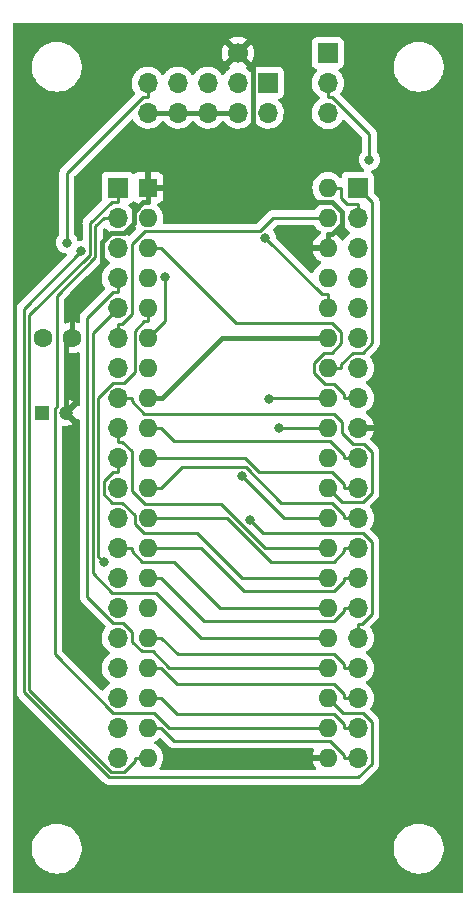
<source format=gbl>
G04 #@! TF.GenerationSoftware,KiCad,Pcbnew,(6.0.7)*
G04 #@! TF.CreationDate,2022-08-25T15:57:15-07:00*
G04 #@! TF.ProjectId,emu6802,656d7536-3830-4322-9e6b-696361645f70,rev?*
G04 #@! TF.SameCoordinates,Original*
G04 #@! TF.FileFunction,Copper,L2,Bot*
G04 #@! TF.FilePolarity,Positive*
%FSLAX46Y46*%
G04 Gerber Fmt 4.6, Leading zero omitted, Abs format (unit mm)*
G04 Created by KiCad (PCBNEW (6.0.7)) date 2022-08-25 15:57:15*
%MOMM*%
%LPD*%
G01*
G04 APERTURE LIST*
G04 #@! TA.AperFunction,ComponentPad*
%ADD10R,1.200000X1.200000*%
G04 #@! TD*
G04 #@! TA.AperFunction,ComponentPad*
%ADD11C,1.200000*%
G04 #@! TD*
G04 #@! TA.AperFunction,ComponentPad*
%ADD12R,1.700000X1.700000*%
G04 #@! TD*
G04 #@! TA.AperFunction,ComponentPad*
%ADD13O,1.700000X1.700000*%
G04 #@! TD*
G04 #@! TA.AperFunction,ComponentPad*
%ADD14C,1.600000*%
G04 #@! TD*
G04 #@! TA.AperFunction,ComponentPad*
%ADD15R,1.600000X1.600000*%
G04 #@! TD*
G04 #@! TA.AperFunction,ComponentPad*
%ADD16O,1.600000X1.600000*%
G04 #@! TD*
G04 #@! TA.AperFunction,ComponentPad*
%ADD17C,1.700000*%
G04 #@! TD*
G04 #@! TA.AperFunction,ViaPad*
%ADD18C,0.800000*%
G04 #@! TD*
G04 #@! TA.AperFunction,Conductor*
%ADD19C,0.400000*%
G04 #@! TD*
G04 #@! TA.AperFunction,Conductor*
%ADD20C,0.250000*%
G04 #@! TD*
G04 APERTURE END LIST*
D10*
X54570000Y-85090000D03*
D11*
X56570000Y-85090000D03*
D12*
X81280000Y-66040000D03*
D13*
X81280000Y-68580000D03*
X81280000Y-71120000D03*
X81280000Y-73660000D03*
X81280000Y-76200000D03*
X81280000Y-78740000D03*
X81280000Y-81280000D03*
X81280000Y-83820000D03*
X81280000Y-86360000D03*
X81280000Y-88900000D03*
X81280000Y-91440000D03*
X81280000Y-93980000D03*
X81280000Y-96520000D03*
X81280000Y-99060000D03*
X81280000Y-101600000D03*
X81280000Y-104140000D03*
X81280000Y-106680000D03*
X81280000Y-109220000D03*
X81280000Y-111760000D03*
X81280000Y-114300000D03*
D12*
X73655000Y-57150000D03*
D13*
X73655000Y-59690000D03*
X71115000Y-57150000D03*
X71115000Y-59690000D03*
X68575000Y-57150000D03*
X68575000Y-59690000D03*
X66035000Y-57150000D03*
X66035000Y-59690000D03*
X63495000Y-57150000D03*
X63495000Y-59690000D03*
D14*
X54610000Y-78740000D03*
X57110000Y-78740000D03*
D15*
X63500000Y-66040000D03*
D16*
X63500000Y-68580000D03*
X63500000Y-71120000D03*
X63500000Y-73660000D03*
X63500000Y-76200000D03*
X63500000Y-78740000D03*
X63500000Y-81280000D03*
X63500000Y-83820000D03*
X63500000Y-86360000D03*
X63500000Y-88900000D03*
X63500000Y-91440000D03*
X63500000Y-93980000D03*
X63500000Y-96520000D03*
X63500000Y-99060000D03*
X63500000Y-101600000D03*
X63500000Y-104140000D03*
X63500000Y-106680000D03*
X63500000Y-109220000D03*
X63500000Y-111760000D03*
X63500000Y-114300000D03*
X78740000Y-114300000D03*
X78740000Y-111760000D03*
X78740000Y-109220000D03*
X78740000Y-106680000D03*
X78740000Y-104140000D03*
X78740000Y-101600000D03*
X78740000Y-99060000D03*
X78740000Y-96520000D03*
X78740000Y-93980000D03*
X78740000Y-91440000D03*
X78740000Y-88900000D03*
X78740000Y-86360000D03*
X78740000Y-83820000D03*
X78740000Y-81280000D03*
X78740000Y-78740000D03*
X78740000Y-76200000D03*
X78740000Y-73660000D03*
X78740000Y-71120000D03*
X78740000Y-68580000D03*
X78740000Y-66040000D03*
D17*
X71120000Y-54610000D03*
D12*
X60960000Y-66040000D03*
D13*
X60960000Y-68580000D03*
X60960000Y-71120000D03*
X60960000Y-73660000D03*
X60960000Y-76200000D03*
X60960000Y-78740000D03*
X60960000Y-81280000D03*
X60960000Y-83820000D03*
X60960000Y-86360000D03*
X60960000Y-88900000D03*
X60960000Y-91440000D03*
X60960000Y-93980000D03*
X60960000Y-96520000D03*
X60960000Y-99060000D03*
X60960000Y-101600000D03*
X60960000Y-104140000D03*
X60960000Y-106680000D03*
X60960000Y-109220000D03*
X60960000Y-111760000D03*
X60960000Y-114300000D03*
D12*
X78740000Y-54630000D03*
D13*
X78740000Y-57170000D03*
X78740000Y-59710000D03*
D18*
X56638700Y-70680500D03*
X59784600Y-97768300D03*
X64925600Y-73614100D03*
X72114800Y-94150400D03*
X57879200Y-71421500D03*
X71512200Y-90435700D03*
X74609800Y-86360000D03*
X73725100Y-83916600D03*
X73439300Y-70292800D03*
X82258800Y-63675000D03*
D19*
X62299700Y-69024700D02*
X62299700Y-68065400D01*
X79956200Y-68097200D02*
X79099300Y-67240300D01*
X56570000Y-79280000D02*
X56570000Y-85090000D01*
X63500000Y-66040000D02*
X64700300Y-66040000D01*
X63124800Y-67240300D02*
X63500000Y-67240300D01*
X72385000Y-55875000D02*
X71120000Y-54610000D01*
X57110000Y-74971600D02*
X59614400Y-72467200D01*
X79115100Y-69919700D02*
X79956200Y-69078600D01*
X59614400Y-70633900D02*
X60398300Y-69850000D01*
X63500000Y-66040000D02*
X63500000Y-67240300D01*
X60398300Y-69850000D02*
X61474400Y-69850000D01*
X78740000Y-71120000D02*
X78740000Y-69919700D01*
X78740000Y-69919700D02*
X79115100Y-69919700D01*
X57110000Y-78740000D02*
X56570000Y-79280000D01*
X57110000Y-78740000D02*
X57110000Y-74971600D01*
X62299700Y-68065400D02*
X63124800Y-67240300D01*
X72385000Y-66040000D02*
X64700300Y-66040000D01*
X59614400Y-72467200D02*
X59614400Y-70633900D01*
X79956200Y-69078600D02*
X79956200Y-68097200D01*
X73585300Y-67240300D02*
X72385000Y-66040000D01*
X72385000Y-66040000D02*
X72385000Y-55875000D01*
X61474400Y-69850000D02*
X62299700Y-69024700D01*
X79099300Y-67240300D02*
X73585300Y-67240300D01*
D20*
X77587300Y-81727500D02*
X78504500Y-82644700D01*
X63500000Y-71120000D02*
X64625300Y-71120000D01*
X78418300Y-80010000D02*
X77587300Y-80841000D01*
X79876900Y-78217900D02*
X79876900Y-79205400D01*
X64625300Y-71120000D02*
X70975300Y-77470000D01*
X80104700Y-83526100D02*
X80104700Y-83820000D01*
X79129000Y-77470000D02*
X79876900Y-78217900D01*
X79072300Y-80010000D02*
X78418300Y-80010000D01*
X79223300Y-82644700D02*
X80104700Y-83526100D01*
X70975300Y-77470000D02*
X79129000Y-77470000D01*
X78504500Y-82644700D02*
X79223300Y-82644700D01*
X79876900Y-79205400D02*
X79072300Y-80010000D01*
X77587300Y-80841000D02*
X77587300Y-81727500D01*
X81280000Y-83820000D02*
X80104700Y-83820000D01*
X56638700Y-70680500D02*
X56638700Y-64814300D01*
X63495000Y-57150000D02*
X63495000Y-58325300D01*
X56638700Y-64814300D02*
X63127700Y-58325300D01*
X63127700Y-58325300D02*
X63495000Y-58325300D01*
X59294300Y-83823400D02*
X59294300Y-97278000D01*
X60567700Y-82550000D02*
X59294300Y-83823400D01*
X62374700Y-81624800D02*
X61449500Y-82550000D01*
X63500000Y-76200000D02*
X63500000Y-77325300D01*
X59294300Y-97278000D02*
X59784600Y-97768300D01*
X61449500Y-82550000D02*
X60567700Y-82550000D01*
X63500000Y-77325300D02*
X63218600Y-77325300D01*
X63218600Y-77325300D02*
X62374700Y-78169200D01*
X62374700Y-78169200D02*
X62374700Y-81624800D01*
X63500000Y-78740000D02*
X64925600Y-77314400D01*
X64925600Y-77314400D02*
X64925600Y-73614100D01*
D19*
X63495000Y-59690000D02*
X66035000Y-59690000D01*
X69780300Y-78740000D02*
X64700300Y-83820000D01*
X78740000Y-78740000D02*
X77539700Y-78740000D01*
X68575000Y-59690000D02*
X71115000Y-59690000D01*
X63500000Y-83820000D02*
X64700300Y-83820000D01*
X66035000Y-59690000D02*
X68575000Y-59690000D01*
X77539700Y-78740000D02*
X69780300Y-78740000D01*
D20*
X78958900Y-87485300D02*
X65750600Y-87485300D01*
X80104700Y-88631100D02*
X78958900Y-87485300D01*
X80104700Y-88900000D02*
X80104700Y-88631100D01*
X63500000Y-86360000D02*
X64625300Y-86360000D01*
X65750600Y-87485300D02*
X64625300Y-86360000D01*
X81280000Y-88900000D02*
X80104700Y-88900000D01*
X72906500Y-90103100D02*
X71703400Y-88900000D01*
X71703400Y-88900000D02*
X64625300Y-88900000D01*
X63500000Y-88900000D02*
X64625300Y-88900000D01*
X80104700Y-91440000D02*
X80104700Y-91146100D01*
X81280000Y-91440000D02*
X80104700Y-91440000D01*
X80104700Y-91146100D02*
X79061700Y-90103100D01*
X79061700Y-90103100D02*
X72906500Y-90103100D01*
X81280000Y-93980000D02*
X80104700Y-93980000D01*
X71812700Y-89710400D02*
X66354900Y-89710400D01*
X80104700Y-93711800D02*
X79102900Y-92710000D01*
X66354900Y-89710400D02*
X64625300Y-91440000D01*
X74812300Y-92710000D02*
X71812700Y-89710400D01*
X80104700Y-93980000D02*
X80104700Y-93711800D01*
X79102900Y-92710000D02*
X74812300Y-92710000D01*
X63500000Y-91440000D02*
X64625300Y-91440000D01*
X64625300Y-93980000D02*
X70244300Y-93980000D01*
X73959600Y-97695300D02*
X79223300Y-97695300D01*
X80104700Y-96813900D02*
X80104700Y-96520000D01*
X79223300Y-97695300D02*
X80104700Y-96813900D01*
X70244300Y-93980000D02*
X73959600Y-97695300D01*
X81280000Y-96520000D02*
X80104700Y-96520000D01*
X63500000Y-93980000D02*
X64625300Y-93980000D01*
X81280000Y-99060000D02*
X80104700Y-99060000D01*
X79245500Y-100190800D02*
X80104700Y-99331600D01*
X63500000Y-96520000D02*
X68007700Y-96520000D01*
X80104700Y-99331600D02*
X80104700Y-99060000D01*
X68007700Y-96520000D02*
X71678500Y-100190800D01*
X71678500Y-100190800D02*
X79245500Y-100190800D01*
X80104700Y-101868900D02*
X79248300Y-102725300D01*
X79248300Y-102725300D02*
X68290600Y-102725300D01*
X63500000Y-99060000D02*
X64625300Y-99060000D01*
X80104700Y-101600000D02*
X80104700Y-101868900D01*
X81280000Y-101600000D02*
X80104700Y-101600000D01*
X68290600Y-102725300D02*
X64625300Y-99060000D01*
X81280000Y-104140000D02*
X81280000Y-102964700D01*
X81680100Y-95250000D02*
X73214400Y-95250000D01*
X82455300Y-102156800D02*
X82455300Y-96025200D01*
X81280000Y-102964700D02*
X81647400Y-102964700D01*
X82455300Y-96025200D02*
X81680100Y-95250000D01*
X73214400Y-95250000D02*
X72114800Y-94150400D01*
X81647400Y-102964700D02*
X82455300Y-102156800D01*
X66036600Y-105551300D02*
X64625300Y-104140000D01*
X79258300Y-105551300D02*
X66036600Y-105551300D01*
X63500000Y-104140000D02*
X64625300Y-104140000D01*
X81280000Y-106680000D02*
X80104700Y-106680000D01*
X80104700Y-106680000D02*
X80104700Y-106397700D01*
X80104700Y-106397700D02*
X79258300Y-105551300D01*
X65990000Y-108044700D02*
X79223300Y-108044700D01*
X64625300Y-106680000D02*
X65990000Y-108044700D01*
X63500000Y-106680000D02*
X64625300Y-106680000D01*
X80104700Y-108926100D02*
X80104700Y-109220000D01*
X81280000Y-109220000D02*
X80104700Y-109220000D01*
X79223300Y-108044700D02*
X80104700Y-108926100D01*
X80104700Y-111760000D02*
X80104700Y-111466100D01*
X63500000Y-109220000D02*
X64625300Y-109220000D01*
X65990000Y-110584700D02*
X64625300Y-109220000D01*
X79223300Y-110584700D02*
X65990000Y-110584700D01*
X80104700Y-111466100D02*
X79223300Y-110584700D01*
X81280000Y-111760000D02*
X80104700Y-111760000D01*
X63500000Y-111760000D02*
X64625300Y-111760000D01*
X80104700Y-114047900D02*
X80104700Y-114300000D01*
X78942100Y-112885300D02*
X80104700Y-114047900D01*
X64625300Y-111760000D02*
X65750600Y-112885300D01*
X81280000Y-114300000D02*
X80104700Y-114300000D01*
X65750600Y-112885300D02*
X78942100Y-112885300D01*
X62374700Y-114581300D02*
X61480500Y-115475500D01*
X62374700Y-114300000D02*
X62374700Y-114581300D01*
X58604500Y-71722000D02*
X58604500Y-69056600D01*
X63500000Y-114300000D02*
X62374700Y-114300000D01*
X53472200Y-108547500D02*
X53472200Y-76854300D01*
X61480500Y-115475500D02*
X60400200Y-115475500D01*
X60400200Y-115475500D02*
X53472200Y-108547500D01*
X60960000Y-66040000D02*
X60960000Y-67215300D01*
X58604500Y-69056600D02*
X60445800Y-67215300D01*
X53472200Y-76854300D02*
X58604500Y-71722000D01*
X60445800Y-67215300D02*
X60960000Y-67215300D01*
X59054800Y-69309900D02*
X59784700Y-68580000D01*
X60960000Y-68580000D02*
X59784700Y-68580000D01*
X59054800Y-71908600D02*
X59054800Y-69309900D01*
X55795300Y-75168100D02*
X59054800Y-71908600D01*
X64036000Y-110495800D02*
X60573400Y-110495800D01*
X55795300Y-84556000D02*
X55795300Y-75168100D01*
X55600100Y-105522500D02*
X55600100Y-84751200D01*
X65300200Y-111760000D02*
X64036000Y-110495800D01*
X60573400Y-110495800D02*
X55600100Y-105522500D01*
X78740000Y-111760000D02*
X65300200Y-111760000D01*
X55600100Y-84751200D02*
X55795300Y-84556000D01*
X53021700Y-108753300D02*
X53021700Y-76279000D01*
X60243600Y-115975200D02*
X53021700Y-108753300D01*
X78740000Y-109220000D02*
X80010000Y-110490000D01*
X80010000Y-110490000D02*
X81691300Y-110490000D01*
X81691300Y-110490000D02*
X82455400Y-111254100D01*
X53021700Y-76279000D02*
X57879200Y-71421500D01*
X81311200Y-115975200D02*
X60243600Y-115975200D01*
X82455400Y-111254100D02*
X82455400Y-114831000D01*
X82455400Y-114831000D02*
X81311200Y-115975200D01*
X60592700Y-74835300D02*
X60960000Y-74835300D01*
X63910600Y-105290400D02*
X62979900Y-105290400D01*
X58368400Y-100678500D02*
X58368400Y-77059600D01*
X58368400Y-77059600D02*
X60592700Y-74835300D01*
X60559900Y-102870000D02*
X58368400Y-100678500D01*
X61408700Y-102870000D02*
X60559900Y-102870000D01*
X60960000Y-73660000D02*
X60960000Y-74835300D01*
X62170800Y-103632100D02*
X61408700Y-102870000D01*
X62979900Y-105290400D02*
X62170800Y-104481300D01*
X78740000Y-106680000D02*
X65300200Y-106680000D01*
X62170800Y-104481300D02*
X62170800Y-103632100D01*
X65300200Y-106680000D02*
X63910600Y-105290400D01*
X58818800Y-98641200D02*
X58818800Y-78341200D01*
X78740000Y-104140000D02*
X68022800Y-104140000D01*
X58818800Y-78341200D02*
X60960000Y-76200000D01*
X68022800Y-104140000D02*
X64212800Y-100330000D01*
X60507600Y-100330000D02*
X58818800Y-98641200D01*
X64212800Y-100330000D02*
X60507600Y-100330000D01*
X63016700Y-97695300D02*
X62135300Y-96813900D01*
X65739800Y-97695300D02*
X63016700Y-97695300D01*
X69644500Y-101600000D02*
X65739800Y-97695300D01*
X62135300Y-96813900D02*
X62135300Y-96520000D01*
X60960000Y-96520000D02*
X62135300Y-96520000D01*
X78740000Y-101600000D02*
X69644500Y-101600000D01*
X60592600Y-90075300D02*
X60960000Y-90075300D01*
X59784700Y-90883200D02*
X60592600Y-90075300D01*
X60960000Y-88900000D02*
X60960000Y-90075300D01*
X71502900Y-99060000D02*
X67692900Y-95250000D01*
X62374600Y-94478700D02*
X62374600Y-93730400D01*
X78740000Y-99060000D02*
X71502900Y-99060000D01*
X59784700Y-92010900D02*
X59784700Y-90883200D01*
X62374600Y-93730400D02*
X61354200Y-92710000D01*
X60483800Y-92710000D02*
X59784700Y-92010900D01*
X61354200Y-92710000D02*
X60483800Y-92710000D01*
X67692900Y-95250000D02*
X63145900Y-95250000D01*
X63145900Y-95250000D02*
X62374600Y-94478700D01*
X60960000Y-87535300D02*
X61327400Y-87535300D01*
X63233700Y-92800300D02*
X69701500Y-92800300D01*
X73421200Y-96520000D02*
X77614700Y-96520000D01*
X78740000Y-96520000D02*
X77614700Y-96520000D01*
X69701500Y-92800300D02*
X73421200Y-96520000D01*
X61327400Y-87535300D02*
X62135300Y-88343200D01*
X60960000Y-86360000D02*
X60960000Y-87535300D01*
X62135300Y-88343200D02*
X62135300Y-91701900D01*
X62135300Y-91701900D02*
X63233700Y-92800300D01*
X78740000Y-93980000D02*
X75056500Y-93980000D01*
X75056500Y-93980000D02*
X71512200Y-90435700D01*
X78740000Y-91440000D02*
X79923900Y-92623900D01*
X60960000Y-83820000D02*
X62135300Y-83820000D01*
X79236900Y-85179900D02*
X63201400Y-85179900D01*
X79974700Y-86798100D02*
X79974700Y-85917700D01*
X79923900Y-92623900D02*
X81759300Y-92623900D01*
X82457600Y-88396600D02*
X81785600Y-87724600D01*
X82457600Y-91925600D02*
X82457600Y-88396600D01*
X62135300Y-84113800D02*
X62135300Y-83820000D01*
X63201400Y-85179900D02*
X62135300Y-84113800D01*
X80901200Y-87724600D02*
X79974700Y-86798100D01*
X81785600Y-87724600D02*
X80901200Y-87724600D01*
X81759300Y-92623900D02*
X82457600Y-91925600D01*
X79974700Y-85917700D02*
X79236900Y-85179900D01*
X78740000Y-86360000D02*
X74609800Y-86360000D01*
X78740000Y-83820000D02*
X73821700Y-83820000D01*
X73821700Y-83820000D02*
X73725100Y-83916600D01*
X79865300Y-81280000D02*
X79865300Y-80998700D01*
X78740000Y-81280000D02*
X79865300Y-81280000D01*
X79865300Y-80998700D02*
X80854000Y-80010000D01*
X82489700Y-79211600D02*
X82489700Y-67249700D01*
X80854000Y-80010000D02*
X81691300Y-80010000D01*
X82489700Y-67249700D02*
X81280000Y-66040000D01*
X81691300Y-80010000D02*
X82489700Y-79211600D01*
X78740000Y-75074700D02*
X78221200Y-75074700D01*
X78740000Y-76200000D02*
X78740000Y-75074700D01*
X78221200Y-75074700D02*
X73439300Y-70292800D01*
X63271200Y-69705300D02*
X62135300Y-70841200D01*
X73001100Y-69705300D02*
X63271200Y-69705300D01*
X61327400Y-77564700D02*
X60960000Y-77564700D01*
X60960000Y-78740000D02*
X60960000Y-77564700D01*
X62135300Y-70841200D02*
X62135300Y-76756800D01*
X62135300Y-76756800D02*
X61327400Y-77564700D01*
X77614700Y-68580000D02*
X74126400Y-68580000D01*
X78740000Y-68580000D02*
X77614700Y-68580000D01*
X74126400Y-68580000D02*
X73001100Y-69705300D01*
X79865300Y-66884000D02*
X80386000Y-67404700D01*
X81280000Y-68580000D02*
X81280000Y-67404700D01*
X78740000Y-66040000D02*
X79865300Y-66040000D01*
X80386000Y-67404700D02*
X81280000Y-67404700D01*
X79865300Y-66040000D02*
X79865300Y-66884000D01*
X82258800Y-63675000D02*
X82258800Y-61496800D01*
X78740000Y-57170000D02*
X78740000Y-58345300D01*
X79107300Y-58345300D02*
X78740000Y-58345300D01*
X82258800Y-61496800D02*
X79107300Y-58345300D01*
G04 #@! TA.AperFunction,Conductor*
G36*
X90112121Y-52090002D02*
G01*
X90158614Y-52143658D01*
X90170000Y-52196000D01*
X90170000Y-125604000D01*
X90149998Y-125672121D01*
X90096342Y-125718614D01*
X90044000Y-125730000D01*
X52196000Y-125730000D01*
X52127879Y-125709998D01*
X52081386Y-125656342D01*
X52070000Y-125604000D01*
X52070000Y-122132703D01*
X53690743Y-122132703D01*
X53728268Y-122417734D01*
X53804129Y-122695036D01*
X53916923Y-122959476D01*
X54064561Y-123206161D01*
X54244313Y-123430528D01*
X54452851Y-123628423D01*
X54686317Y-123796186D01*
X54690112Y-123798195D01*
X54690113Y-123798196D01*
X54711869Y-123809715D01*
X54940392Y-123930712D01*
X55210373Y-124029511D01*
X55491264Y-124090755D01*
X55519841Y-124093004D01*
X55714282Y-124108307D01*
X55714291Y-124108307D01*
X55716739Y-124108500D01*
X55872271Y-124108500D01*
X55874407Y-124108354D01*
X55874418Y-124108354D01*
X56082548Y-124094165D01*
X56082554Y-124094164D01*
X56086825Y-124093873D01*
X56091020Y-124093004D01*
X56091022Y-124093004D01*
X56227583Y-124064724D01*
X56368342Y-124035574D01*
X56639343Y-123939607D01*
X56894812Y-123807750D01*
X56898313Y-123805289D01*
X56898317Y-123805287D01*
X57012418Y-123725095D01*
X57130023Y-123642441D01*
X57340622Y-123446740D01*
X57522713Y-123224268D01*
X57672927Y-122979142D01*
X57788483Y-122715898D01*
X57867244Y-122439406D01*
X57907751Y-122154784D01*
X57907845Y-122136951D01*
X57907867Y-122132703D01*
X84330743Y-122132703D01*
X84368268Y-122417734D01*
X84444129Y-122695036D01*
X84556923Y-122959476D01*
X84704561Y-123206161D01*
X84884313Y-123430528D01*
X85092851Y-123628423D01*
X85326317Y-123796186D01*
X85330112Y-123798195D01*
X85330113Y-123798196D01*
X85351869Y-123809715D01*
X85580392Y-123930712D01*
X85850373Y-124029511D01*
X86131264Y-124090755D01*
X86159841Y-124093004D01*
X86354282Y-124108307D01*
X86354291Y-124108307D01*
X86356739Y-124108500D01*
X86512271Y-124108500D01*
X86514407Y-124108354D01*
X86514418Y-124108354D01*
X86722548Y-124094165D01*
X86722554Y-124094164D01*
X86726825Y-124093873D01*
X86731020Y-124093004D01*
X86731022Y-124093004D01*
X86867583Y-124064724D01*
X87008342Y-124035574D01*
X87279343Y-123939607D01*
X87534812Y-123807750D01*
X87538313Y-123805289D01*
X87538317Y-123805287D01*
X87652418Y-123725095D01*
X87770023Y-123642441D01*
X87980622Y-123446740D01*
X88162713Y-123224268D01*
X88312927Y-122979142D01*
X88428483Y-122715898D01*
X88507244Y-122439406D01*
X88547751Y-122154784D01*
X88547845Y-122136951D01*
X88549235Y-121871583D01*
X88549235Y-121871576D01*
X88549257Y-121867297D01*
X88511732Y-121582266D01*
X88435871Y-121304964D01*
X88323077Y-121040524D01*
X88175439Y-120793839D01*
X87995687Y-120569472D01*
X87787149Y-120371577D01*
X87553683Y-120203814D01*
X87531843Y-120192250D01*
X87508654Y-120179972D01*
X87299608Y-120069288D01*
X87029627Y-119970489D01*
X86748736Y-119909245D01*
X86717685Y-119906801D01*
X86525718Y-119891693D01*
X86525709Y-119891693D01*
X86523261Y-119891500D01*
X86367729Y-119891500D01*
X86365593Y-119891646D01*
X86365582Y-119891646D01*
X86157452Y-119905835D01*
X86157446Y-119905836D01*
X86153175Y-119906127D01*
X86148980Y-119906996D01*
X86148978Y-119906996D01*
X86012416Y-119935277D01*
X85871658Y-119964426D01*
X85600657Y-120060393D01*
X85345188Y-120192250D01*
X85341687Y-120194711D01*
X85341683Y-120194713D01*
X85331594Y-120201804D01*
X85109977Y-120357559D01*
X84899378Y-120553260D01*
X84717287Y-120775732D01*
X84567073Y-121020858D01*
X84451517Y-121284102D01*
X84372756Y-121560594D01*
X84332249Y-121845216D01*
X84332227Y-121849505D01*
X84332226Y-121849512D01*
X84330765Y-122128417D01*
X84330743Y-122132703D01*
X57907867Y-122132703D01*
X57909235Y-121871583D01*
X57909235Y-121871576D01*
X57909257Y-121867297D01*
X57871732Y-121582266D01*
X57795871Y-121304964D01*
X57683077Y-121040524D01*
X57535439Y-120793839D01*
X57355687Y-120569472D01*
X57147149Y-120371577D01*
X56913683Y-120203814D01*
X56891843Y-120192250D01*
X56868654Y-120179972D01*
X56659608Y-120069288D01*
X56389627Y-119970489D01*
X56108736Y-119909245D01*
X56077685Y-119906801D01*
X55885718Y-119891693D01*
X55885709Y-119891693D01*
X55883261Y-119891500D01*
X55727729Y-119891500D01*
X55725593Y-119891646D01*
X55725582Y-119891646D01*
X55517452Y-119905835D01*
X55517446Y-119905836D01*
X55513175Y-119906127D01*
X55508980Y-119906996D01*
X55508978Y-119906996D01*
X55372416Y-119935277D01*
X55231658Y-119964426D01*
X54960657Y-120060393D01*
X54705188Y-120192250D01*
X54701687Y-120194711D01*
X54701683Y-120194713D01*
X54691594Y-120201804D01*
X54469977Y-120357559D01*
X54259378Y-120553260D01*
X54077287Y-120775732D01*
X53927073Y-121020858D01*
X53811517Y-121284102D01*
X53732756Y-121560594D01*
X53692249Y-121845216D01*
X53692227Y-121849505D01*
X53692226Y-121849512D01*
X53690765Y-122128417D01*
X53690743Y-122132703D01*
X52070000Y-122132703D01*
X52070000Y-76258943D01*
X52383480Y-76258943D01*
X52384226Y-76266835D01*
X52387641Y-76302961D01*
X52388200Y-76314819D01*
X52388200Y-108674533D01*
X52387673Y-108685716D01*
X52385998Y-108693209D01*
X52386247Y-108701135D01*
X52386247Y-108701136D01*
X52388138Y-108761286D01*
X52388200Y-108765245D01*
X52388200Y-108793156D01*
X52388697Y-108797090D01*
X52388697Y-108797091D01*
X52388705Y-108797156D01*
X52389638Y-108808993D01*
X52391027Y-108853189D01*
X52396678Y-108872639D01*
X52400687Y-108892000D01*
X52403226Y-108912097D01*
X52406145Y-108919468D01*
X52406145Y-108919470D01*
X52419504Y-108953212D01*
X52423349Y-108964442D01*
X52435682Y-109006893D01*
X52439715Y-109013712D01*
X52439717Y-109013717D01*
X52445993Y-109024328D01*
X52454688Y-109042076D01*
X52462148Y-109060917D01*
X52466810Y-109067333D01*
X52466810Y-109067334D01*
X52488136Y-109096687D01*
X52494652Y-109106607D01*
X52517158Y-109144662D01*
X52531479Y-109158983D01*
X52544319Y-109174016D01*
X52556228Y-109190407D01*
X52562334Y-109195458D01*
X52590305Y-109218598D01*
X52599084Y-109226588D01*
X59739948Y-116367453D01*
X59747488Y-116375739D01*
X59751600Y-116382218D01*
X59757377Y-116387643D01*
X59801251Y-116428843D01*
X59804093Y-116431598D01*
X59823830Y-116451335D01*
X59827027Y-116453815D01*
X59836047Y-116461518D01*
X59868279Y-116491786D01*
X59875225Y-116495605D01*
X59875228Y-116495607D01*
X59886034Y-116501548D01*
X59902553Y-116512399D01*
X59918559Y-116524814D01*
X59925828Y-116527959D01*
X59925832Y-116527962D01*
X59959137Y-116542374D01*
X59969787Y-116547591D01*
X60008540Y-116568895D01*
X60016215Y-116570866D01*
X60016216Y-116570866D01*
X60028162Y-116573933D01*
X60046867Y-116580337D01*
X60065455Y-116588381D01*
X60073278Y-116589620D01*
X60073288Y-116589623D01*
X60109124Y-116595299D01*
X60120744Y-116597705D01*
X60152559Y-116605873D01*
X60163570Y-116608700D01*
X60183824Y-116608700D01*
X60203534Y-116610251D01*
X60223543Y-116613420D01*
X60231435Y-116612674D01*
X60250180Y-116610902D01*
X60267562Y-116609259D01*
X60279419Y-116608700D01*
X81232433Y-116608700D01*
X81243616Y-116609227D01*
X81251109Y-116610902D01*
X81259035Y-116610653D01*
X81259036Y-116610653D01*
X81319186Y-116608762D01*
X81323145Y-116608700D01*
X81351056Y-116608700D01*
X81354991Y-116608203D01*
X81355056Y-116608195D01*
X81366893Y-116607262D01*
X81399151Y-116606248D01*
X81403170Y-116606122D01*
X81411089Y-116605873D01*
X81430543Y-116600221D01*
X81449900Y-116596213D01*
X81462130Y-116594668D01*
X81462131Y-116594668D01*
X81469997Y-116593674D01*
X81477368Y-116590755D01*
X81477370Y-116590755D01*
X81511112Y-116577396D01*
X81522342Y-116573551D01*
X81557183Y-116563429D01*
X81557184Y-116563429D01*
X81564793Y-116561218D01*
X81571612Y-116557185D01*
X81571617Y-116557183D01*
X81582228Y-116550907D01*
X81599976Y-116542212D01*
X81618817Y-116534752D01*
X81654587Y-116508764D01*
X81664507Y-116502248D01*
X81695735Y-116483780D01*
X81695738Y-116483778D01*
X81702562Y-116479742D01*
X81716883Y-116465421D01*
X81731917Y-116452580D01*
X81741894Y-116445331D01*
X81748307Y-116440672D01*
X81776498Y-116406595D01*
X81784488Y-116397816D01*
X82847647Y-115334657D01*
X82855937Y-115327113D01*
X82862418Y-115323000D01*
X82909059Y-115273332D01*
X82911813Y-115270491D01*
X82931534Y-115250770D01*
X82934012Y-115247575D01*
X82941718Y-115238553D01*
X82966558Y-115212101D01*
X82971986Y-115206321D01*
X82981746Y-115188568D01*
X82992599Y-115172045D01*
X83000153Y-115162306D01*
X83005013Y-115156041D01*
X83022576Y-115115457D01*
X83027783Y-115104827D01*
X83049095Y-115066060D01*
X83051066Y-115058383D01*
X83051068Y-115058378D01*
X83054132Y-115046442D01*
X83060538Y-115027730D01*
X83065433Y-115016419D01*
X83068581Y-115009145D01*
X83069821Y-115001317D01*
X83069823Y-115001310D01*
X83075499Y-114965476D01*
X83077905Y-114953856D01*
X83086928Y-114918711D01*
X83086928Y-114918710D01*
X83088900Y-114911030D01*
X83088900Y-114890776D01*
X83090451Y-114871065D01*
X83092380Y-114858886D01*
X83093620Y-114851057D01*
X83089459Y-114807038D01*
X83088900Y-114795181D01*
X83088900Y-111332868D01*
X83089427Y-111321685D01*
X83091102Y-111314192D01*
X83088962Y-111246101D01*
X83088900Y-111242144D01*
X83088900Y-111214244D01*
X83088396Y-111210253D01*
X83087463Y-111198411D01*
X83086323Y-111162136D01*
X83086074Y-111154211D01*
X83080421Y-111134752D01*
X83076412Y-111115393D01*
X83076246Y-111114083D01*
X83073874Y-111095303D01*
X83070958Y-111087937D01*
X83070956Y-111087931D01*
X83057600Y-111054198D01*
X83053755Y-111042968D01*
X83043630Y-111008117D01*
X83043630Y-111008116D01*
X83041419Y-111000507D01*
X83031105Y-110983066D01*
X83022408Y-110965313D01*
X83017872Y-110953858D01*
X83014952Y-110946483D01*
X82988963Y-110910712D01*
X82982447Y-110900792D01*
X82959942Y-110862738D01*
X82945621Y-110848417D01*
X82932780Y-110833383D01*
X82925532Y-110823407D01*
X82920872Y-110816993D01*
X82886801Y-110788807D01*
X82878022Y-110780818D01*
X82344700Y-110247496D01*
X82310674Y-110185184D01*
X82315739Y-110114369D01*
X82331472Y-110084875D01*
X82445435Y-109926277D01*
X82448453Y-109922077D01*
X82470856Y-109876749D01*
X82545136Y-109726453D01*
X82545137Y-109726451D01*
X82547430Y-109721811D01*
X82612370Y-109508069D01*
X82641529Y-109286590D01*
X82643156Y-109220000D01*
X82624852Y-108997361D01*
X82570431Y-108780702D01*
X82481354Y-108575840D01*
X82431229Y-108498358D01*
X82362822Y-108392617D01*
X82362820Y-108392614D01*
X82360014Y-108388277D01*
X82209670Y-108223051D01*
X82205619Y-108219852D01*
X82205615Y-108219848D01*
X82038414Y-108087800D01*
X82038410Y-108087798D01*
X82034359Y-108084598D01*
X81993053Y-108061796D01*
X81943084Y-108011364D01*
X81928312Y-107941921D01*
X81953428Y-107875516D01*
X81980780Y-107848909D01*
X82029207Y-107814366D01*
X82159860Y-107721173D01*
X82191788Y-107689357D01*
X82314435Y-107567137D01*
X82318096Y-107563489D01*
X82349498Y-107519789D01*
X82445435Y-107386277D01*
X82448453Y-107382077D01*
X82453991Y-107370873D01*
X82545136Y-107186453D01*
X82545137Y-107186451D01*
X82547430Y-107181811D01*
X82612370Y-106968069D01*
X82641529Y-106746590D01*
X82643156Y-106680000D01*
X82624852Y-106457361D01*
X82570431Y-106240702D01*
X82481354Y-106035840D01*
X82425689Y-105949795D01*
X82362822Y-105852617D01*
X82362820Y-105852614D01*
X82360014Y-105848277D01*
X82209670Y-105683051D01*
X82205619Y-105679852D01*
X82205615Y-105679848D01*
X82038414Y-105547800D01*
X82038410Y-105547798D01*
X82034359Y-105544598D01*
X81993053Y-105521796D01*
X81943084Y-105471364D01*
X81928312Y-105401921D01*
X81953428Y-105335516D01*
X81980780Y-105308909D01*
X82049215Y-105260095D01*
X82159860Y-105181173D01*
X82182064Y-105159047D01*
X82266239Y-105075165D01*
X82318096Y-105023489D01*
X82377594Y-104940689D01*
X82445435Y-104846277D01*
X82448453Y-104842077D01*
X82469693Y-104799102D01*
X82545136Y-104646453D01*
X82545137Y-104646451D01*
X82547430Y-104641811D01*
X82612370Y-104428069D01*
X82641529Y-104206590D01*
X82643156Y-104140000D01*
X82624852Y-103917361D01*
X82570431Y-103700702D01*
X82481354Y-103495840D01*
X82360014Y-103308277D01*
X82357382Y-103305384D01*
X82331800Y-103239545D01*
X82345947Y-103169972D01*
X82368250Y-103139754D01*
X82847547Y-102660457D01*
X82855837Y-102652913D01*
X82862318Y-102648800D01*
X82908959Y-102599132D01*
X82911713Y-102596291D01*
X82931434Y-102576570D01*
X82933912Y-102573375D01*
X82941618Y-102564353D01*
X82948057Y-102557496D01*
X82971886Y-102532121D01*
X82981646Y-102514368D01*
X82992499Y-102497845D01*
X83000053Y-102488106D01*
X83004913Y-102481841D01*
X83022476Y-102441257D01*
X83027683Y-102430627D01*
X83048995Y-102391860D01*
X83050966Y-102384183D01*
X83050968Y-102384178D01*
X83054032Y-102372242D01*
X83060438Y-102353530D01*
X83065333Y-102342219D01*
X83068481Y-102334945D01*
X83069721Y-102327117D01*
X83069723Y-102327110D01*
X83075399Y-102291276D01*
X83077805Y-102279656D01*
X83086828Y-102244511D01*
X83086828Y-102244510D01*
X83088800Y-102236830D01*
X83088800Y-102216576D01*
X83090351Y-102196865D01*
X83092280Y-102184686D01*
X83093520Y-102176857D01*
X83089359Y-102132838D01*
X83088800Y-102120981D01*
X83088800Y-96103963D01*
X83089327Y-96092779D01*
X83091001Y-96085291D01*
X83088862Y-96017232D01*
X83088800Y-96013275D01*
X83088800Y-95985344D01*
X83088294Y-95981338D01*
X83087361Y-95969492D01*
X83086222Y-95933237D01*
X83085973Y-95925310D01*
X83080322Y-95905858D01*
X83076314Y-95886506D01*
X83074767Y-95874263D01*
X83073774Y-95866403D01*
X83070856Y-95859032D01*
X83057500Y-95825297D01*
X83053655Y-95814070D01*
X83053021Y-95811887D01*
X83041318Y-95771607D01*
X83037284Y-95764785D01*
X83037281Y-95764779D01*
X83031006Y-95754168D01*
X83022310Y-95736418D01*
X83017772Y-95724956D01*
X83017769Y-95724951D01*
X83014852Y-95717583D01*
X83002201Y-95700170D01*
X82988873Y-95681825D01*
X82982357Y-95671907D01*
X82963875Y-95640657D01*
X82959842Y-95633837D01*
X82945518Y-95619513D01*
X82932676Y-95604478D01*
X82920772Y-95588093D01*
X82886706Y-95559911D01*
X82877927Y-95551922D01*
X82340017Y-95014012D01*
X82305991Y-94951700D01*
X82311056Y-94880885D01*
X82326789Y-94851391D01*
X82332832Y-94842982D01*
X82448453Y-94682077D01*
X82461191Y-94656305D01*
X82545136Y-94486453D01*
X82545137Y-94486451D01*
X82547430Y-94481811D01*
X82612370Y-94268069D01*
X82641529Y-94046590D01*
X82643156Y-93980000D01*
X82624852Y-93757361D01*
X82570431Y-93540702D01*
X82481354Y-93335840D01*
X82360014Y-93148277D01*
X82356532Y-93144450D01*
X82331718Y-93117179D01*
X82300667Y-93053332D01*
X82309064Y-92982834D01*
X82335818Y-92943286D01*
X82849847Y-92429257D01*
X82858137Y-92421713D01*
X82864618Y-92417600D01*
X82911259Y-92367932D01*
X82914013Y-92365091D01*
X82933734Y-92345370D01*
X82936212Y-92342175D01*
X82943918Y-92333153D01*
X82968758Y-92306701D01*
X82974186Y-92300921D01*
X82983946Y-92283168D01*
X82994799Y-92266645D01*
X83002353Y-92256906D01*
X83007213Y-92250641D01*
X83024776Y-92210057D01*
X83029983Y-92199427D01*
X83051295Y-92160660D01*
X83053266Y-92152983D01*
X83053268Y-92152978D01*
X83056332Y-92141042D01*
X83062738Y-92122330D01*
X83067634Y-92111017D01*
X83070781Y-92103745D01*
X83072461Y-92093142D01*
X83077697Y-92060081D01*
X83080104Y-92048460D01*
X83089128Y-92013311D01*
X83089128Y-92013310D01*
X83091100Y-92005630D01*
X83091100Y-91985369D01*
X83092651Y-91965658D01*
X83094579Y-91953485D01*
X83095819Y-91945657D01*
X83091659Y-91901646D01*
X83091100Y-91889789D01*
X83091100Y-88475368D01*
X83091627Y-88464185D01*
X83093302Y-88456692D01*
X83091162Y-88388601D01*
X83091100Y-88384644D01*
X83091100Y-88356744D01*
X83090596Y-88352753D01*
X83089663Y-88340911D01*
X83088576Y-88306305D01*
X83088274Y-88296711D01*
X83082621Y-88277252D01*
X83078612Y-88257893D01*
X83077172Y-88246498D01*
X83076074Y-88237803D01*
X83073158Y-88230437D01*
X83073156Y-88230431D01*
X83059800Y-88196698D01*
X83055955Y-88185468D01*
X83045830Y-88150617D01*
X83045830Y-88150616D01*
X83043619Y-88143007D01*
X83033305Y-88125566D01*
X83024608Y-88107813D01*
X83020072Y-88096358D01*
X83017152Y-88088983D01*
X82996248Y-88060211D01*
X82991163Y-88053212D01*
X82984647Y-88043292D01*
X82962142Y-88005238D01*
X82947821Y-87990917D01*
X82934980Y-87975883D01*
X82928927Y-87967551D01*
X82923072Y-87959493D01*
X82889007Y-87931312D01*
X82880226Y-87923322D01*
X82344214Y-87387309D01*
X82310189Y-87324997D01*
X82315254Y-87254181D01*
X82330988Y-87224687D01*
X82445007Y-87066013D01*
X82450313Y-87057183D01*
X82544670Y-86866267D01*
X82548469Y-86856672D01*
X82610377Y-86652910D01*
X82612555Y-86642837D01*
X82613986Y-86631962D01*
X82611775Y-86617778D01*
X82598617Y-86614000D01*
X81152000Y-86614000D01*
X81083879Y-86593998D01*
X81037386Y-86540342D01*
X81026000Y-86488000D01*
X81026000Y-86232000D01*
X81046002Y-86163879D01*
X81099658Y-86117386D01*
X81152000Y-86106000D01*
X82598344Y-86106000D01*
X82611875Y-86102027D01*
X82613180Y-86092947D01*
X82571214Y-85925875D01*
X82567894Y-85916124D01*
X82482972Y-85720814D01*
X82478105Y-85711739D01*
X82362426Y-85532926D01*
X82356136Y-85524757D01*
X82212806Y-85367240D01*
X82205273Y-85360215D01*
X82038139Y-85228222D01*
X82029556Y-85222520D01*
X81992602Y-85202120D01*
X81942631Y-85151687D01*
X81927859Y-85082245D01*
X81952975Y-85015839D01*
X81980327Y-84989232D01*
X82010253Y-84967886D01*
X82159860Y-84861173D01*
X82165692Y-84855362D01*
X82314435Y-84707137D01*
X82318096Y-84703489D01*
X82448453Y-84522077D01*
X82453991Y-84510873D01*
X82545136Y-84326453D01*
X82545137Y-84326451D01*
X82547430Y-84321811D01*
X82600199Y-84148128D01*
X82610865Y-84113023D01*
X82610865Y-84113021D01*
X82612370Y-84108069D01*
X82641529Y-83886590D01*
X82643156Y-83820000D01*
X82624852Y-83597361D01*
X82570431Y-83380702D01*
X82481354Y-83175840D01*
X82398525Y-83047806D01*
X82362822Y-82992617D01*
X82362820Y-82992614D01*
X82360014Y-82988277D01*
X82209670Y-82823051D01*
X82205619Y-82819852D01*
X82205615Y-82819848D01*
X82038414Y-82687800D01*
X82038410Y-82687798D01*
X82034359Y-82684598D01*
X81993053Y-82661796D01*
X81943084Y-82611364D01*
X81928312Y-82541921D01*
X81953428Y-82475516D01*
X81980780Y-82448909D01*
X82029207Y-82414366D01*
X82159860Y-82321173D01*
X82191788Y-82289357D01*
X82314435Y-82167137D01*
X82318096Y-82163489D01*
X82349498Y-82119789D01*
X82445435Y-81986277D01*
X82448453Y-81982077D01*
X82452701Y-81973483D01*
X82545136Y-81786453D01*
X82545137Y-81786451D01*
X82547430Y-81781811D01*
X82612370Y-81568069D01*
X82641529Y-81346590D01*
X82643156Y-81280000D01*
X82624852Y-81057361D01*
X82570431Y-80840702D01*
X82481354Y-80635840D01*
X82360014Y-80448277D01*
X82340343Y-80426659D01*
X82309291Y-80362813D01*
X82317685Y-80292315D01*
X82344441Y-80252763D01*
X82573848Y-80023357D01*
X82881958Y-79715247D01*
X82890237Y-79707713D01*
X82896718Y-79703600D01*
X82943344Y-79653948D01*
X82946098Y-79651107D01*
X82965835Y-79631370D01*
X82968315Y-79628173D01*
X82976020Y-79619151D01*
X83000859Y-79592700D01*
X83006286Y-79586921D01*
X83010105Y-79579975D01*
X83010107Y-79579972D01*
X83016048Y-79569166D01*
X83026899Y-79552647D01*
X83027259Y-79552183D01*
X83039314Y-79536641D01*
X83042459Y-79529372D01*
X83042462Y-79529368D01*
X83056874Y-79496063D01*
X83062095Y-79485405D01*
X83083395Y-79446660D01*
X83088433Y-79427037D01*
X83094837Y-79408334D01*
X83099733Y-79397020D01*
X83099733Y-79397019D01*
X83102881Y-79389745D01*
X83104120Y-79381922D01*
X83104123Y-79381912D01*
X83109799Y-79346076D01*
X83112205Y-79334456D01*
X83121228Y-79299311D01*
X83121228Y-79299310D01*
X83123200Y-79291630D01*
X83123200Y-79271376D01*
X83124751Y-79251665D01*
X83126680Y-79239486D01*
X83127920Y-79231657D01*
X83123759Y-79187638D01*
X83123200Y-79175781D01*
X83123200Y-67328467D01*
X83123727Y-67317284D01*
X83125402Y-67309791D01*
X83124991Y-67296697D01*
X83123262Y-67241714D01*
X83123200Y-67237755D01*
X83123200Y-67209844D01*
X83122695Y-67205844D01*
X83121762Y-67194001D01*
X83120622Y-67157729D01*
X83120373Y-67149810D01*
X83114722Y-67130358D01*
X83110714Y-67111006D01*
X83109167Y-67098763D01*
X83108174Y-67090903D01*
X83103087Y-67078054D01*
X83091900Y-67049797D01*
X83088055Y-67038570D01*
X83079092Y-67007721D01*
X83075718Y-66996107D01*
X83065407Y-66978672D01*
X83056712Y-66960924D01*
X83049252Y-66942083D01*
X83043901Y-66934717D01*
X83023264Y-66906313D01*
X83016748Y-66896393D01*
X82998280Y-66865165D01*
X82998278Y-66865162D01*
X82994242Y-66858338D01*
X82979921Y-66844017D01*
X82967080Y-66828983D01*
X82959831Y-66819006D01*
X82955172Y-66812593D01*
X82921095Y-66784402D01*
X82912316Y-66776412D01*
X82675405Y-66539501D01*
X82641379Y-66477189D01*
X82638500Y-66450406D01*
X82638500Y-65141866D01*
X82631745Y-65079684D01*
X82580615Y-64943295D01*
X82493261Y-64826739D01*
X82431721Y-64780618D01*
X82389209Y-64723761D01*
X82384183Y-64652943D01*
X82418243Y-64590649D01*
X82481091Y-64556548D01*
X82534624Y-64545169D01*
X82534633Y-64545166D01*
X82541088Y-64543794D01*
X82647241Y-64496532D01*
X82709522Y-64468803D01*
X82709524Y-64468802D01*
X82715552Y-64466118D01*
X82752906Y-64438979D01*
X82817943Y-64391726D01*
X82870053Y-64353866D01*
X82874475Y-64348955D01*
X82993421Y-64216852D01*
X82993422Y-64216851D01*
X82997840Y-64211944D01*
X83093327Y-64046556D01*
X83152342Y-63864928D01*
X83172304Y-63675000D01*
X83152342Y-63485072D01*
X83093327Y-63303444D01*
X82997840Y-63138056D01*
X82924663Y-63056785D01*
X82893947Y-62992779D01*
X82892300Y-62972476D01*
X82892300Y-61575567D01*
X82892827Y-61564384D01*
X82894502Y-61556891D01*
X82892362Y-61488814D01*
X82892300Y-61484855D01*
X82892300Y-61456944D01*
X82891795Y-61452944D01*
X82890862Y-61441101D01*
X82889722Y-61404830D01*
X82889473Y-61396911D01*
X82883821Y-61377457D01*
X82879813Y-61358100D01*
X82878268Y-61345870D01*
X82878268Y-61345869D01*
X82877274Y-61338003D01*
X82874355Y-61330630D01*
X82860996Y-61296888D01*
X82857151Y-61285658D01*
X82847029Y-61250817D01*
X82847029Y-61250816D01*
X82844818Y-61243207D01*
X82840785Y-61236388D01*
X82840783Y-61236383D01*
X82834507Y-61225772D01*
X82825812Y-61208024D01*
X82818352Y-61189183D01*
X82792364Y-61153413D01*
X82785848Y-61143493D01*
X82767380Y-61112265D01*
X82767378Y-61112262D01*
X82763342Y-61105438D01*
X82749021Y-61091117D01*
X82736180Y-61076083D01*
X82732897Y-61071564D01*
X82724272Y-61059693D01*
X82690195Y-61031502D01*
X82681416Y-61023512D01*
X79825899Y-58167994D01*
X79791873Y-58105682D01*
X79796938Y-58034866D01*
X79812671Y-58005373D01*
X79905435Y-57876277D01*
X79908453Y-57872077D01*
X79915908Y-57856994D01*
X80005136Y-57676453D01*
X80005137Y-57676451D01*
X80007430Y-57671811D01*
X80072370Y-57458069D01*
X80101529Y-57236590D01*
X80103156Y-57170000D01*
X80084852Y-56947361D01*
X80030431Y-56730702D01*
X79941354Y-56525840D01*
X79820014Y-56338277D01*
X79805765Y-56322617D01*
X79672798Y-56176488D01*
X79641746Y-56112642D01*
X79650141Y-56042143D01*
X79695317Y-55987375D01*
X79721761Y-55973706D01*
X79828297Y-55933767D01*
X79831135Y-55932703D01*
X84330743Y-55932703D01*
X84331302Y-55936947D01*
X84331302Y-55936951D01*
X84333084Y-55950488D01*
X84368268Y-56217734D01*
X84444129Y-56495036D01*
X84445813Y-56498984D01*
X84544650Y-56730702D01*
X84556923Y-56759476D01*
X84568693Y-56779142D01*
X84672459Y-56952522D01*
X84704561Y-57006161D01*
X84884313Y-57230528D01*
X84901397Y-57246740D01*
X85025772Y-57364767D01*
X85092851Y-57428423D01*
X85326317Y-57596186D01*
X85330112Y-57598195D01*
X85330113Y-57598196D01*
X85351869Y-57609715D01*
X85580392Y-57730712D01*
X85604699Y-57739607D01*
X85839899Y-57825678D01*
X85850373Y-57829511D01*
X86131264Y-57890755D01*
X86159841Y-57893004D01*
X86354282Y-57908307D01*
X86354291Y-57908307D01*
X86356739Y-57908500D01*
X86512271Y-57908500D01*
X86514407Y-57908354D01*
X86514418Y-57908354D01*
X86722548Y-57894165D01*
X86722554Y-57894164D01*
X86726825Y-57893873D01*
X86731020Y-57893004D01*
X86731022Y-57893004D01*
X86924059Y-57853028D01*
X87008342Y-57835574D01*
X87279343Y-57739607D01*
X87534812Y-57607750D01*
X87538313Y-57605289D01*
X87538317Y-57605287D01*
X87652418Y-57525095D01*
X87770023Y-57442441D01*
X87980622Y-57246740D01*
X88162713Y-57024268D01*
X88312927Y-56779142D01*
X88364610Y-56661406D01*
X88426757Y-56519830D01*
X88428483Y-56515898D01*
X88440874Y-56472401D01*
X88467863Y-56377652D01*
X88507244Y-56239406D01*
X88547751Y-55954784D01*
X88547845Y-55936951D01*
X88549235Y-55671583D01*
X88549235Y-55671576D01*
X88549257Y-55667297D01*
X88511732Y-55382266D01*
X88505328Y-55358855D01*
X88469747Y-55228794D01*
X88435871Y-55104964D01*
X88400601Y-55022275D01*
X88324763Y-54844476D01*
X88324761Y-54844472D01*
X88323077Y-54840524D01*
X88190845Y-54619580D01*
X88177643Y-54597521D01*
X88177640Y-54597517D01*
X88175439Y-54593839D01*
X87995687Y-54369472D01*
X87787149Y-54171577D01*
X87553683Y-54003814D01*
X87531843Y-53992250D01*
X87419300Y-53932662D01*
X87299608Y-53869288D01*
X87029627Y-53770489D01*
X86748736Y-53709245D01*
X86717685Y-53706801D01*
X86525718Y-53691693D01*
X86525709Y-53691693D01*
X86523261Y-53691500D01*
X86367729Y-53691500D01*
X86365593Y-53691646D01*
X86365582Y-53691646D01*
X86157452Y-53705835D01*
X86157446Y-53705836D01*
X86153175Y-53706127D01*
X86148980Y-53706996D01*
X86148978Y-53706996D01*
X86045289Y-53728469D01*
X85871658Y-53764426D01*
X85600657Y-53860393D01*
X85345188Y-53992250D01*
X85341687Y-53994711D01*
X85341683Y-53994713D01*
X85331594Y-54001804D01*
X85109977Y-54157559D01*
X84899378Y-54353260D01*
X84717287Y-54575732D01*
X84567073Y-54820858D01*
X84565347Y-54824791D01*
X84565346Y-54824792D01*
X84499669Y-54974408D01*
X84451517Y-55084102D01*
X84450342Y-55088229D01*
X84450341Y-55088230D01*
X84412918Y-55219603D01*
X84372756Y-55360594D01*
X84332249Y-55645216D01*
X84332227Y-55649505D01*
X84332226Y-55649512D01*
X84330866Y-55909137D01*
X84330743Y-55932703D01*
X79831135Y-55932703D01*
X79836705Y-55930615D01*
X79953261Y-55843261D01*
X80040615Y-55726705D01*
X80091745Y-55590316D01*
X80098500Y-55528134D01*
X80098500Y-53731866D01*
X80091745Y-53669684D01*
X80040615Y-53533295D01*
X79953261Y-53416739D01*
X79836705Y-53329385D01*
X79700316Y-53278255D01*
X79638134Y-53271500D01*
X77841866Y-53271500D01*
X77779684Y-53278255D01*
X77643295Y-53329385D01*
X77526739Y-53416739D01*
X77439385Y-53533295D01*
X77388255Y-53669684D01*
X77381500Y-53731866D01*
X77381500Y-55528134D01*
X77388255Y-55590316D01*
X77439385Y-55726705D01*
X77526739Y-55843261D01*
X77643295Y-55930615D01*
X77651704Y-55933767D01*
X77651705Y-55933768D01*
X77760451Y-55974535D01*
X77817216Y-56017176D01*
X77841916Y-56083738D01*
X77826709Y-56153087D01*
X77807316Y-56179568D01*
X77781409Y-56206678D01*
X77703313Y-56288401D01*
X77680629Y-56312138D01*
X77554743Y-56496680D01*
X77539003Y-56530590D01*
X77469972Y-56679305D01*
X77460688Y-56699305D01*
X77400989Y-56914570D01*
X77377251Y-57136695D01*
X77377548Y-57141848D01*
X77377548Y-57141851D01*
X77382831Y-57233475D01*
X77390110Y-57359715D01*
X77391247Y-57364761D01*
X77391248Y-57364767D01*
X77408753Y-57442441D01*
X77439222Y-57577639D01*
X77523266Y-57784616D01*
X77525965Y-57789020D01*
X77630122Y-57958989D01*
X77639987Y-57975088D01*
X77786250Y-58143938D01*
X77958126Y-58286632D01*
X77962593Y-58289242D01*
X78031445Y-58329476D01*
X78080169Y-58381114D01*
X78093240Y-58450897D01*
X78066509Y-58516669D01*
X78026054Y-58550028D01*
X78013607Y-58556507D01*
X78009465Y-58559617D01*
X77858337Y-58673087D01*
X77834965Y-58690635D01*
X77769346Y-58759301D01*
X77703313Y-58828401D01*
X77680629Y-58852138D01*
X77554743Y-59036680D01*
X77460688Y-59239305D01*
X77400989Y-59454570D01*
X77377251Y-59676695D01*
X77377548Y-59681848D01*
X77377548Y-59681851D01*
X77382049Y-59759908D01*
X77390110Y-59899715D01*
X77391247Y-59904761D01*
X77391248Y-59904767D01*
X77415304Y-60011508D01*
X77439222Y-60117639D01*
X77523266Y-60324616D01*
X77525965Y-60329020D01*
X77625035Y-60490688D01*
X77639987Y-60515088D01*
X77786250Y-60683938D01*
X77958126Y-60826632D01*
X78151000Y-60939338D01*
X78359692Y-61019030D01*
X78364760Y-61020061D01*
X78364763Y-61020062D01*
X78420993Y-61031502D01*
X78578597Y-61063567D01*
X78583772Y-61063757D01*
X78583774Y-61063757D01*
X78796673Y-61071564D01*
X78796677Y-61071564D01*
X78801837Y-61071753D01*
X78806957Y-61071097D01*
X78806959Y-61071097D01*
X79018288Y-61044025D01*
X79018289Y-61044025D01*
X79023416Y-61043368D01*
X79028366Y-61041883D01*
X79232429Y-60980661D01*
X79232434Y-60980659D01*
X79237384Y-60979174D01*
X79437994Y-60880896D01*
X79619860Y-60751173D01*
X79778096Y-60593489D01*
X79792468Y-60573489D01*
X79905435Y-60416277D01*
X79908453Y-60412077D01*
X79915908Y-60396994D01*
X79952907Y-60322131D01*
X80001021Y-60269924D01*
X80069722Y-60252017D01*
X80137198Y-60274095D01*
X80154959Y-60288863D01*
X80883280Y-61017185D01*
X81588395Y-61722300D01*
X81622421Y-61784612D01*
X81625300Y-61811395D01*
X81625300Y-62972476D01*
X81605298Y-63040597D01*
X81592942Y-63056779D01*
X81519760Y-63138056D01*
X81424273Y-63303444D01*
X81365258Y-63485072D01*
X81345296Y-63675000D01*
X81365258Y-63864928D01*
X81424273Y-64046556D01*
X81519760Y-64211944D01*
X81524178Y-64216851D01*
X81524179Y-64216852D01*
X81643125Y-64348955D01*
X81647547Y-64353866D01*
X81764695Y-64438979D01*
X81784769Y-64453564D01*
X81828123Y-64509786D01*
X81834198Y-64580523D01*
X81801066Y-64643314D01*
X81739246Y-64678226D01*
X81710708Y-64681500D01*
X80381866Y-64681500D01*
X80319684Y-64688255D01*
X80183295Y-64739385D01*
X80066739Y-64826739D01*
X79979385Y-64943295D01*
X79928255Y-65079684D01*
X79927402Y-65087540D01*
X79925575Y-65095222D01*
X79924211Y-65094898D01*
X79900210Y-65152664D01*
X79841849Y-65193093D01*
X79770894Y-65195551D01*
X79713091Y-65162593D01*
X79584300Y-65033802D01*
X79579792Y-65030645D01*
X79579789Y-65030643D01*
X79444780Y-64936109D01*
X79396749Y-64902477D01*
X79391767Y-64900154D01*
X79391762Y-64900151D01*
X79194225Y-64808039D01*
X79194224Y-64808039D01*
X79189243Y-64805716D01*
X79183935Y-64804294D01*
X79183933Y-64804293D01*
X78973402Y-64747881D01*
X78973400Y-64747881D01*
X78968087Y-64746457D01*
X78740000Y-64726502D01*
X78511913Y-64746457D01*
X78506600Y-64747881D01*
X78506598Y-64747881D01*
X78296067Y-64804293D01*
X78296065Y-64804294D01*
X78290757Y-64805716D01*
X78285776Y-64808039D01*
X78285775Y-64808039D01*
X78088238Y-64900151D01*
X78088233Y-64900154D01*
X78083251Y-64902477D01*
X78035220Y-64936109D01*
X77900211Y-65030643D01*
X77900208Y-65030645D01*
X77895700Y-65033802D01*
X77733802Y-65195700D01*
X77602477Y-65383251D01*
X77600154Y-65388233D01*
X77600151Y-65388238D01*
X77508039Y-65585775D01*
X77505716Y-65590757D01*
X77504294Y-65596065D01*
X77504293Y-65596067D01*
X77454972Y-65780135D01*
X77446457Y-65811913D01*
X77426502Y-66040000D01*
X77446457Y-66268087D01*
X77447881Y-66273400D01*
X77447881Y-66273402D01*
X77495310Y-66450406D01*
X77505716Y-66489243D01*
X77508039Y-66494224D01*
X77508039Y-66494225D01*
X77600151Y-66691762D01*
X77600154Y-66691767D01*
X77602477Y-66696749D01*
X77675902Y-66801611D01*
X77695069Y-66828983D01*
X77733802Y-66884300D01*
X77895700Y-67046198D01*
X77900208Y-67049355D01*
X77900211Y-67049357D01*
X77941195Y-67078054D01*
X78083251Y-67177523D01*
X78088233Y-67179846D01*
X78088238Y-67179849D01*
X78122457Y-67195805D01*
X78175742Y-67242722D01*
X78195203Y-67310999D01*
X78174661Y-67378959D01*
X78122457Y-67424195D01*
X78088238Y-67440151D01*
X78088233Y-67440154D01*
X78083251Y-67442477D01*
X77978955Y-67515506D01*
X77900211Y-67570643D01*
X77900208Y-67570645D01*
X77895700Y-67573802D01*
X77733802Y-67735700D01*
X77730645Y-67740208D01*
X77730643Y-67740211D01*
X77623819Y-67892771D01*
X77568362Y-67937099D01*
X77520606Y-67946500D01*
X74205168Y-67946500D01*
X74193985Y-67945973D01*
X74186492Y-67944298D01*
X74178566Y-67944547D01*
X74178565Y-67944547D01*
X74118402Y-67946438D01*
X74114444Y-67946500D01*
X74086544Y-67946500D01*
X74082554Y-67947004D01*
X74070720Y-67947936D01*
X74026511Y-67949326D01*
X74018895Y-67951539D01*
X74018893Y-67951539D01*
X74007052Y-67954979D01*
X73987693Y-67958988D01*
X73986383Y-67959154D01*
X73967603Y-67961526D01*
X73960237Y-67964442D01*
X73960231Y-67964444D01*
X73926498Y-67977800D01*
X73915268Y-67981645D01*
X73880417Y-67991770D01*
X73872807Y-67993981D01*
X73865984Y-67998016D01*
X73855366Y-68004295D01*
X73837613Y-68012992D01*
X73829968Y-68016019D01*
X73818783Y-68020448D01*
X73812368Y-68025109D01*
X73783012Y-68046437D01*
X73773095Y-68052951D01*
X73735038Y-68075458D01*
X73720717Y-68089779D01*
X73705684Y-68102619D01*
X73689293Y-68114528D01*
X73684243Y-68120632D01*
X73684238Y-68120637D01*
X73661107Y-68148598D01*
X73653117Y-68157379D01*
X72775599Y-69034896D01*
X72713287Y-69068921D01*
X72686504Y-69071800D01*
X64887088Y-69071800D01*
X64818967Y-69051798D01*
X64772474Y-68998142D01*
X64762370Y-68927868D01*
X64765381Y-68913189D01*
X64792119Y-68813402D01*
X64792119Y-68813400D01*
X64793543Y-68808087D01*
X64813498Y-68580000D01*
X64793543Y-68351913D01*
X64792119Y-68346598D01*
X64735707Y-68136067D01*
X64735706Y-68136065D01*
X64734284Y-68130757D01*
X64721164Y-68102620D01*
X64639849Y-67928238D01*
X64639846Y-67928233D01*
X64637523Y-67923251D01*
X64553461Y-67803198D01*
X64509357Y-67740211D01*
X64509355Y-67740208D01*
X64506198Y-67735700D01*
X64344300Y-67573802D01*
X64339789Y-67570643D01*
X64335576Y-67567108D01*
X64336388Y-67566140D01*
X64295910Y-67515506D01*
X64288596Y-67444887D01*
X64320624Y-67381524D01*
X64381823Y-67345536D01*
X64398901Y-67342480D01*
X64402352Y-67342105D01*
X64417604Y-67338479D01*
X64538054Y-67293324D01*
X64553649Y-67284786D01*
X64655724Y-67208285D01*
X64668285Y-67195724D01*
X64744786Y-67093649D01*
X64753324Y-67078054D01*
X64798478Y-66957606D01*
X64802105Y-66942351D01*
X64807631Y-66891486D01*
X64808000Y-66884672D01*
X64808000Y-66312115D01*
X64803525Y-66296876D01*
X64802135Y-66295671D01*
X64794452Y-66294000D01*
X63372000Y-66294000D01*
X63303879Y-66273998D01*
X63257386Y-66220342D01*
X63246000Y-66168000D01*
X63246000Y-65767885D01*
X63754000Y-65767885D01*
X63758475Y-65783124D01*
X63759865Y-65784329D01*
X63767548Y-65786000D01*
X64789884Y-65786000D01*
X64805123Y-65781525D01*
X64806328Y-65780135D01*
X64807999Y-65772452D01*
X64807999Y-65195331D01*
X64807629Y-65188510D01*
X64802105Y-65137648D01*
X64798479Y-65122396D01*
X64753324Y-65001946D01*
X64744786Y-64986351D01*
X64668285Y-64884276D01*
X64655724Y-64871715D01*
X64553649Y-64795214D01*
X64538054Y-64786676D01*
X64417606Y-64741522D01*
X64402351Y-64737895D01*
X64351486Y-64732369D01*
X64344672Y-64732000D01*
X63772115Y-64732000D01*
X63756876Y-64736475D01*
X63755671Y-64737865D01*
X63754000Y-64745548D01*
X63754000Y-65767885D01*
X63246000Y-65767885D01*
X63246000Y-64750116D01*
X63241525Y-64734877D01*
X63240135Y-64733672D01*
X63232452Y-64732001D01*
X62655331Y-64732001D01*
X62648510Y-64732371D01*
X62597648Y-64737895D01*
X62582396Y-64741521D01*
X62461946Y-64786676D01*
X62446351Y-64795214D01*
X62357180Y-64862044D01*
X62290673Y-64886892D01*
X62221291Y-64871839D01*
X62180791Y-64836786D01*
X62178643Y-64833920D01*
X62178642Y-64833919D01*
X62173261Y-64826739D01*
X62056705Y-64739385D01*
X61920316Y-64688255D01*
X61858134Y-64681500D01*
X60061866Y-64681500D01*
X59999684Y-64688255D01*
X59863295Y-64739385D01*
X59746739Y-64826739D01*
X59659385Y-64943295D01*
X59608255Y-65079684D01*
X59601500Y-65141866D01*
X59601500Y-66938134D01*
X59608255Y-67000316D01*
X59611028Y-67007714D01*
X59611030Y-67007721D01*
X59622484Y-67038275D01*
X59627667Y-67109082D01*
X59593597Y-67171598D01*
X58212247Y-68552948D01*
X58203961Y-68560488D01*
X58197482Y-68564600D01*
X58192057Y-68570377D01*
X58150857Y-68614251D01*
X58148102Y-68617093D01*
X58128365Y-68636830D01*
X58125885Y-68640027D01*
X58118182Y-68649047D01*
X58087914Y-68681279D01*
X58084095Y-68688225D01*
X58084093Y-68688228D01*
X58078152Y-68699034D01*
X58067301Y-68715553D01*
X58054886Y-68731559D01*
X58051741Y-68738828D01*
X58051738Y-68738832D01*
X58037326Y-68772137D01*
X58032109Y-68782787D01*
X58010805Y-68821540D01*
X58008834Y-68829215D01*
X58008834Y-68829216D01*
X58005767Y-68841162D01*
X57999363Y-68859866D01*
X57991319Y-68878455D01*
X57990080Y-68886278D01*
X57990077Y-68886288D01*
X57984401Y-68922124D01*
X57981995Y-68933744D01*
X57971000Y-68976570D01*
X57971000Y-68996824D01*
X57969449Y-69016534D01*
X57966280Y-69036543D01*
X57967026Y-69044435D01*
X57970441Y-69080561D01*
X57971000Y-69092419D01*
X57971000Y-70387000D01*
X57950998Y-70455121D01*
X57897342Y-70501614D01*
X57845000Y-70513000D01*
X57783713Y-70513000D01*
X57777261Y-70514372D01*
X57777256Y-70514372D01*
X57666276Y-70537962D01*
X57595485Y-70532560D01*
X57538853Y-70489743D01*
X57520246Y-70453652D01*
X57489427Y-70358802D01*
X57473227Y-70308944D01*
X57463781Y-70292582D01*
X57393066Y-70170101D01*
X57377740Y-70143556D01*
X57304563Y-70062285D01*
X57273847Y-69998279D01*
X57272200Y-69977976D01*
X57272200Y-65128894D01*
X57292202Y-65060773D01*
X57309105Y-65039799D01*
X62076976Y-60271929D01*
X62139288Y-60237903D01*
X62210103Y-60242968D01*
X62266939Y-60285515D01*
X62277280Y-60302188D01*
X62278266Y-60304616D01*
X62329019Y-60387438D01*
X62392291Y-60490688D01*
X62394987Y-60495088D01*
X62541250Y-60663938D01*
X62713126Y-60806632D01*
X62906000Y-60919338D01*
X62910825Y-60921180D01*
X62910826Y-60921181D01*
X62958375Y-60939338D01*
X63114692Y-60999030D01*
X63119760Y-61000061D01*
X63119763Y-61000062D01*
X63218067Y-61020062D01*
X63333597Y-61043567D01*
X63338772Y-61043757D01*
X63338774Y-61043757D01*
X63551673Y-61051564D01*
X63551677Y-61051564D01*
X63556837Y-61051753D01*
X63561957Y-61051097D01*
X63561959Y-61051097D01*
X63773288Y-61024025D01*
X63773289Y-61024025D01*
X63778416Y-61023368D01*
X63783366Y-61021883D01*
X63987429Y-60960661D01*
X63987434Y-60960659D01*
X63992384Y-60959174D01*
X64192994Y-60860896D01*
X64374860Y-60731173D01*
X64533096Y-60573489D01*
X64536112Y-60569292D01*
X64621132Y-60450974D01*
X64677127Y-60407326D01*
X64723455Y-60398500D01*
X64805234Y-60398500D01*
X64873355Y-60418502D01*
X64912667Y-60458665D01*
X64934987Y-60495088D01*
X65081250Y-60663938D01*
X65253126Y-60806632D01*
X65446000Y-60919338D01*
X65450825Y-60921180D01*
X65450826Y-60921181D01*
X65498375Y-60939338D01*
X65654692Y-60999030D01*
X65659760Y-61000061D01*
X65659763Y-61000062D01*
X65758067Y-61020062D01*
X65873597Y-61043567D01*
X65878772Y-61043757D01*
X65878774Y-61043757D01*
X66091673Y-61051564D01*
X66091677Y-61051564D01*
X66096837Y-61051753D01*
X66101957Y-61051097D01*
X66101959Y-61051097D01*
X66313288Y-61024025D01*
X66313289Y-61024025D01*
X66318416Y-61023368D01*
X66323366Y-61021883D01*
X66527429Y-60960661D01*
X66527434Y-60960659D01*
X66532384Y-60959174D01*
X66732994Y-60860896D01*
X66914860Y-60731173D01*
X67073096Y-60573489D01*
X67076112Y-60569292D01*
X67161132Y-60450974D01*
X67217127Y-60407326D01*
X67263455Y-60398500D01*
X67345234Y-60398500D01*
X67413355Y-60418502D01*
X67452667Y-60458665D01*
X67474987Y-60495088D01*
X67621250Y-60663938D01*
X67793126Y-60806632D01*
X67986000Y-60919338D01*
X67990825Y-60921180D01*
X67990826Y-60921181D01*
X68038375Y-60939338D01*
X68194692Y-60999030D01*
X68199760Y-61000061D01*
X68199763Y-61000062D01*
X68298067Y-61020062D01*
X68413597Y-61043567D01*
X68418772Y-61043757D01*
X68418774Y-61043757D01*
X68631673Y-61051564D01*
X68631677Y-61051564D01*
X68636837Y-61051753D01*
X68641957Y-61051097D01*
X68641959Y-61051097D01*
X68853288Y-61024025D01*
X68853289Y-61024025D01*
X68858416Y-61023368D01*
X68863366Y-61021883D01*
X69067429Y-60960661D01*
X69067434Y-60960659D01*
X69072384Y-60959174D01*
X69272994Y-60860896D01*
X69454860Y-60731173D01*
X69613096Y-60573489D01*
X69616112Y-60569292D01*
X69701132Y-60450974D01*
X69757127Y-60407326D01*
X69803455Y-60398500D01*
X69885234Y-60398500D01*
X69953355Y-60418502D01*
X69992667Y-60458665D01*
X70014987Y-60495088D01*
X70161250Y-60663938D01*
X70333126Y-60806632D01*
X70526000Y-60919338D01*
X70530825Y-60921180D01*
X70530826Y-60921181D01*
X70578375Y-60939338D01*
X70734692Y-60999030D01*
X70739760Y-61000061D01*
X70739763Y-61000062D01*
X70838067Y-61020062D01*
X70953597Y-61043567D01*
X70958772Y-61043757D01*
X70958774Y-61043757D01*
X71171673Y-61051564D01*
X71171677Y-61051564D01*
X71176837Y-61051753D01*
X71181957Y-61051097D01*
X71181959Y-61051097D01*
X71393288Y-61024025D01*
X71393289Y-61024025D01*
X71398416Y-61023368D01*
X71403366Y-61021883D01*
X71607429Y-60960661D01*
X71607434Y-60960659D01*
X71612384Y-60959174D01*
X71812994Y-60860896D01*
X71994860Y-60731173D01*
X72153096Y-60573489D01*
X72212594Y-60490689D01*
X72283453Y-60392077D01*
X72284776Y-60393028D01*
X72331645Y-60349857D01*
X72401580Y-60337625D01*
X72467026Y-60365144D01*
X72494875Y-60396994D01*
X72501275Y-60407438D01*
X72554987Y-60495088D01*
X72701250Y-60663938D01*
X72873126Y-60806632D01*
X73066000Y-60919338D01*
X73070825Y-60921180D01*
X73070826Y-60921181D01*
X73118375Y-60939338D01*
X73274692Y-60999030D01*
X73279760Y-61000061D01*
X73279763Y-61000062D01*
X73378067Y-61020062D01*
X73493597Y-61043567D01*
X73498772Y-61043757D01*
X73498774Y-61043757D01*
X73711673Y-61051564D01*
X73711677Y-61051564D01*
X73716837Y-61051753D01*
X73721957Y-61051097D01*
X73721959Y-61051097D01*
X73933288Y-61024025D01*
X73933289Y-61024025D01*
X73938416Y-61023368D01*
X73943366Y-61021883D01*
X74147429Y-60960661D01*
X74147434Y-60960659D01*
X74152384Y-60959174D01*
X74352994Y-60860896D01*
X74534860Y-60731173D01*
X74693096Y-60573489D01*
X74752594Y-60490689D01*
X74820435Y-60396277D01*
X74823453Y-60392077D01*
X74844320Y-60349857D01*
X74920136Y-60196453D01*
X74920137Y-60196451D01*
X74922430Y-60191811D01*
X74987370Y-59978069D01*
X75016529Y-59756590D01*
X75018156Y-59690000D01*
X74999852Y-59467361D01*
X74945431Y-59250702D01*
X74856354Y-59045840D01*
X74735014Y-58858277D01*
X74726028Y-58848401D01*
X74587798Y-58696488D01*
X74556746Y-58632642D01*
X74565141Y-58562143D01*
X74610317Y-58507375D01*
X74636761Y-58493706D01*
X74743297Y-58453767D01*
X74751705Y-58450615D01*
X74868261Y-58363261D01*
X74955615Y-58246705D01*
X75006745Y-58110316D01*
X75013500Y-58048134D01*
X75013500Y-56251866D01*
X75006745Y-56189684D01*
X74955615Y-56053295D01*
X74868261Y-55936739D01*
X74751705Y-55849385D01*
X74615316Y-55798255D01*
X74553134Y-55791500D01*
X72756866Y-55791500D01*
X72694684Y-55798255D01*
X72558295Y-55849385D01*
X72441739Y-55936739D01*
X72354385Y-56053295D01*
X72351233Y-56061703D01*
X72309919Y-56171907D01*
X72267277Y-56228671D01*
X72200716Y-56253371D01*
X72131367Y-56238163D01*
X72098743Y-56212476D01*
X72048151Y-56156875D01*
X72048142Y-56156866D01*
X72044670Y-56153051D01*
X72040619Y-56149852D01*
X72040615Y-56149848D01*
X71873414Y-56017800D01*
X71873410Y-56017798D01*
X71869359Y-56014598D01*
X71830388Y-55993085D01*
X71780417Y-55942652D01*
X71765645Y-55873209D01*
X71790761Y-55806804D01*
X71818112Y-55780198D01*
X71869247Y-55743723D01*
X71877648Y-55733023D01*
X71870660Y-55719870D01*
X71132812Y-54982022D01*
X71118868Y-54974408D01*
X71117035Y-54974539D01*
X71110420Y-54978790D01*
X70366737Y-55722473D01*
X70359977Y-55734853D01*
X70365259Y-55741908D01*
X70409614Y-55767828D01*
X70458337Y-55819466D01*
X70471408Y-55889250D01*
X70444676Y-55955021D01*
X70404224Y-55988377D01*
X70388607Y-55996507D01*
X70384474Y-55999610D01*
X70384471Y-55999612D01*
X70272426Y-56083738D01*
X70209965Y-56130635D01*
X70160607Y-56182285D01*
X70116280Y-56228671D01*
X70055629Y-56292138D01*
X69948201Y-56449621D01*
X69893293Y-56494621D01*
X69822768Y-56502792D01*
X69759021Y-56471538D01*
X69738324Y-56447054D01*
X69657822Y-56322617D01*
X69657820Y-56322614D01*
X69655014Y-56318277D01*
X69504670Y-56153051D01*
X69500619Y-56149852D01*
X69500615Y-56149848D01*
X69333414Y-56017800D01*
X69333410Y-56017798D01*
X69329359Y-56014598D01*
X69133789Y-55906638D01*
X69128920Y-55904914D01*
X69128916Y-55904912D01*
X68928087Y-55833795D01*
X68928083Y-55833794D01*
X68923212Y-55832069D01*
X68918119Y-55831162D01*
X68918116Y-55831161D01*
X68708373Y-55793800D01*
X68708367Y-55793799D01*
X68703284Y-55792894D01*
X68629452Y-55791992D01*
X68485081Y-55790228D01*
X68485079Y-55790228D01*
X68479911Y-55790165D01*
X68259091Y-55823955D01*
X68046756Y-55893357D01*
X68016443Y-55909137D01*
X67855181Y-55993085D01*
X67848607Y-55996507D01*
X67844474Y-55999610D01*
X67844471Y-55999612D01*
X67732426Y-56083738D01*
X67669965Y-56130635D01*
X67620607Y-56182285D01*
X67576280Y-56228671D01*
X67515629Y-56292138D01*
X67408201Y-56449621D01*
X67353293Y-56494621D01*
X67282768Y-56502792D01*
X67219021Y-56471538D01*
X67198324Y-56447054D01*
X67117822Y-56322617D01*
X67117820Y-56322614D01*
X67115014Y-56318277D01*
X66964670Y-56153051D01*
X66960619Y-56149852D01*
X66960615Y-56149848D01*
X66793414Y-56017800D01*
X66793410Y-56017798D01*
X66789359Y-56014598D01*
X66593789Y-55906638D01*
X66588920Y-55904914D01*
X66588916Y-55904912D01*
X66388087Y-55833795D01*
X66388083Y-55833794D01*
X66383212Y-55832069D01*
X66378119Y-55831162D01*
X66378116Y-55831161D01*
X66168373Y-55793800D01*
X66168367Y-55793799D01*
X66163284Y-55792894D01*
X66089452Y-55791992D01*
X65945081Y-55790228D01*
X65945079Y-55790228D01*
X65939911Y-55790165D01*
X65719091Y-55823955D01*
X65506756Y-55893357D01*
X65476443Y-55909137D01*
X65315181Y-55993085D01*
X65308607Y-55996507D01*
X65304474Y-55999610D01*
X65304471Y-55999612D01*
X65192426Y-56083738D01*
X65129965Y-56130635D01*
X65080607Y-56182285D01*
X65036280Y-56228671D01*
X64975629Y-56292138D01*
X64868201Y-56449621D01*
X64813293Y-56494621D01*
X64742768Y-56502792D01*
X64679021Y-56471538D01*
X64658324Y-56447054D01*
X64577822Y-56322617D01*
X64577820Y-56322614D01*
X64575014Y-56318277D01*
X64424670Y-56153051D01*
X64420619Y-56149852D01*
X64420615Y-56149848D01*
X64253414Y-56017800D01*
X64253410Y-56017798D01*
X64249359Y-56014598D01*
X64053789Y-55906638D01*
X64048920Y-55904914D01*
X64048916Y-55904912D01*
X63848087Y-55833795D01*
X63848083Y-55833794D01*
X63843212Y-55832069D01*
X63838119Y-55831162D01*
X63838116Y-55831161D01*
X63628373Y-55793800D01*
X63628367Y-55793799D01*
X63623284Y-55792894D01*
X63549452Y-55791992D01*
X63405081Y-55790228D01*
X63405079Y-55790228D01*
X63399911Y-55790165D01*
X63179091Y-55823955D01*
X62966756Y-55893357D01*
X62936443Y-55909137D01*
X62775181Y-55993085D01*
X62768607Y-55996507D01*
X62764474Y-55999610D01*
X62764471Y-55999612D01*
X62652426Y-56083738D01*
X62589965Y-56130635D01*
X62540607Y-56182285D01*
X62496280Y-56228671D01*
X62435629Y-56292138D01*
X62432720Y-56296403D01*
X62432714Y-56296411D01*
X62347556Y-56421249D01*
X62309743Y-56476680D01*
X62215688Y-56679305D01*
X62155989Y-56894570D01*
X62132251Y-57116695D01*
X62132548Y-57121848D01*
X62132548Y-57121851D01*
X62144812Y-57334547D01*
X62145110Y-57339715D01*
X62146247Y-57344761D01*
X62146248Y-57344767D01*
X62167603Y-57439522D01*
X62194222Y-57557639D01*
X62240582Y-57671811D01*
X62263683Y-57728701D01*
X62278266Y-57764616D01*
X62329942Y-57848944D01*
X62392291Y-57950688D01*
X62394987Y-57955088D01*
X62408501Y-57970689D01*
X62414283Y-57977364D01*
X62443765Y-58041950D01*
X62433650Y-58112222D01*
X62408140Y-58148956D01*
X59320712Y-61236383D01*
X56246447Y-64310648D01*
X56238161Y-64318188D01*
X56231682Y-64322300D01*
X56226257Y-64328077D01*
X56185057Y-64371951D01*
X56182302Y-64374793D01*
X56162565Y-64394530D01*
X56160085Y-64397727D01*
X56152382Y-64406747D01*
X56122114Y-64438979D01*
X56118295Y-64445925D01*
X56118293Y-64445928D01*
X56112352Y-64456734D01*
X56101501Y-64473253D01*
X56089086Y-64489259D01*
X56085941Y-64496528D01*
X56085938Y-64496532D01*
X56071526Y-64529837D01*
X56066309Y-64540487D01*
X56045005Y-64579240D01*
X56043034Y-64586915D01*
X56043034Y-64586916D01*
X56039967Y-64598862D01*
X56033563Y-64617566D01*
X56025519Y-64636155D01*
X56024280Y-64643978D01*
X56024277Y-64643988D01*
X56018601Y-64679824D01*
X56016195Y-64691444D01*
X56005200Y-64734270D01*
X56005200Y-64754524D01*
X56003649Y-64774234D01*
X56000480Y-64794243D01*
X56001226Y-64802135D01*
X56004641Y-64838261D01*
X56005200Y-64850119D01*
X56005200Y-69977976D01*
X55985198Y-70046097D01*
X55972842Y-70062279D01*
X55899660Y-70143556D01*
X55884334Y-70170101D01*
X55813620Y-70292582D01*
X55804173Y-70308944D01*
X55745158Y-70490572D01*
X55744468Y-70497133D01*
X55744468Y-70497135D01*
X55730198Y-70632906D01*
X55725196Y-70680500D01*
X55725886Y-70687065D01*
X55742854Y-70848503D01*
X55745158Y-70870428D01*
X55804173Y-71052056D01*
X55807476Y-71057778D01*
X55807477Y-71057779D01*
X55824119Y-71086603D01*
X55899660Y-71217444D01*
X56027447Y-71359366D01*
X56181948Y-71471618D01*
X56187976Y-71474302D01*
X56187978Y-71474303D01*
X56350381Y-71546609D01*
X56356412Y-71549294D01*
X56541021Y-71588534D01*
X56603494Y-71622263D01*
X56637816Y-71684412D01*
X56633088Y-71755251D01*
X56603919Y-71800876D01*
X52629447Y-75775348D01*
X52621161Y-75782888D01*
X52614682Y-75787000D01*
X52609257Y-75792777D01*
X52568057Y-75836651D01*
X52565302Y-75839493D01*
X52545565Y-75859230D01*
X52543085Y-75862427D01*
X52535382Y-75871447D01*
X52505114Y-75903679D01*
X52501295Y-75910625D01*
X52501293Y-75910628D01*
X52495352Y-75921434D01*
X52484501Y-75937953D01*
X52472086Y-75953959D01*
X52468941Y-75961228D01*
X52468938Y-75961232D01*
X52454526Y-75994537D01*
X52449309Y-76005187D01*
X52428005Y-76043940D01*
X52426034Y-76051615D01*
X52426034Y-76051616D01*
X52422967Y-76063562D01*
X52416563Y-76082266D01*
X52408519Y-76100855D01*
X52407280Y-76108678D01*
X52407277Y-76108688D01*
X52401601Y-76144524D01*
X52399195Y-76156144D01*
X52388200Y-76198970D01*
X52388200Y-76219224D01*
X52386649Y-76238934D01*
X52383480Y-76258943D01*
X52070000Y-76258943D01*
X52070000Y-55932703D01*
X53690743Y-55932703D01*
X53691302Y-55936947D01*
X53691302Y-55936951D01*
X53693084Y-55950488D01*
X53728268Y-56217734D01*
X53804129Y-56495036D01*
X53805813Y-56498984D01*
X53904650Y-56730702D01*
X53916923Y-56759476D01*
X53928693Y-56779142D01*
X54032459Y-56952522D01*
X54064561Y-57006161D01*
X54244313Y-57230528D01*
X54261397Y-57246740D01*
X54385772Y-57364767D01*
X54452851Y-57428423D01*
X54686317Y-57596186D01*
X54690112Y-57598195D01*
X54690113Y-57598196D01*
X54711869Y-57609715D01*
X54940392Y-57730712D01*
X54964699Y-57739607D01*
X55199899Y-57825678D01*
X55210373Y-57829511D01*
X55491264Y-57890755D01*
X55519841Y-57893004D01*
X55714282Y-57908307D01*
X55714291Y-57908307D01*
X55716739Y-57908500D01*
X55872271Y-57908500D01*
X55874407Y-57908354D01*
X55874418Y-57908354D01*
X56082548Y-57894165D01*
X56082554Y-57894164D01*
X56086825Y-57893873D01*
X56091020Y-57893004D01*
X56091022Y-57893004D01*
X56284059Y-57853028D01*
X56368342Y-57835574D01*
X56639343Y-57739607D01*
X56894812Y-57607750D01*
X56898313Y-57605289D01*
X56898317Y-57605287D01*
X57012418Y-57525095D01*
X57130023Y-57442441D01*
X57340622Y-57246740D01*
X57522713Y-57024268D01*
X57672927Y-56779142D01*
X57724610Y-56661406D01*
X57786757Y-56519830D01*
X57788483Y-56515898D01*
X57800874Y-56472401D01*
X57827863Y-56377652D01*
X57867244Y-56239406D01*
X57907751Y-55954784D01*
X57907845Y-55936951D01*
X57909235Y-55671583D01*
X57909235Y-55671576D01*
X57909257Y-55667297D01*
X57871732Y-55382266D01*
X57865328Y-55358855D01*
X57829747Y-55228794D01*
X57795871Y-55104964D01*
X57760601Y-55022275D01*
X57684763Y-54844476D01*
X57684761Y-54844472D01*
X57683077Y-54840524D01*
X57550845Y-54619580D01*
X57537643Y-54597521D01*
X57537640Y-54597517D01*
X57535439Y-54593839D01*
X57525844Y-54581863D01*
X69758050Y-54581863D01*
X69770309Y-54794477D01*
X69771745Y-54804697D01*
X69818565Y-55012446D01*
X69821645Y-55022275D01*
X69901770Y-55219603D01*
X69906413Y-55228794D01*
X69986460Y-55359420D01*
X69996916Y-55368880D01*
X70005694Y-55365096D01*
X70747978Y-54622812D01*
X70754356Y-54611132D01*
X71484408Y-54611132D01*
X71484539Y-54612965D01*
X71488790Y-54619580D01*
X72230474Y-55361264D01*
X72242484Y-55367823D01*
X72254223Y-55358855D01*
X72285004Y-55316019D01*
X72290315Y-55307180D01*
X72384670Y-55116267D01*
X72388469Y-55106672D01*
X72450376Y-54902915D01*
X72452555Y-54892834D01*
X72480590Y-54679887D01*
X72481109Y-54673212D01*
X72482572Y-54613364D01*
X72482378Y-54606646D01*
X72464781Y-54392604D01*
X72463096Y-54382424D01*
X72411214Y-54175875D01*
X72407894Y-54166124D01*
X72322972Y-53970814D01*
X72318105Y-53961739D01*
X72253063Y-53861197D01*
X72242377Y-53851995D01*
X72232812Y-53856398D01*
X71492022Y-54597188D01*
X71484408Y-54611132D01*
X70754356Y-54611132D01*
X70755592Y-54608868D01*
X70755461Y-54607035D01*
X70751210Y-54600420D01*
X70009849Y-53859059D01*
X69998313Y-53852759D01*
X69986031Y-53862382D01*
X69938089Y-53932662D01*
X69933004Y-53941613D01*
X69843338Y-54134783D01*
X69839775Y-54144470D01*
X69782864Y-54349681D01*
X69780933Y-54359800D01*
X69758302Y-54571574D01*
X69758050Y-54581863D01*
X57525844Y-54581863D01*
X57355687Y-54369472D01*
X57147149Y-54171577D01*
X56913683Y-54003814D01*
X56891843Y-53992250D01*
X56779300Y-53932662D01*
X56659608Y-53869288D01*
X56389627Y-53770489D01*
X56108736Y-53709245D01*
X56077685Y-53706801D01*
X55885718Y-53691693D01*
X55885709Y-53691693D01*
X55883261Y-53691500D01*
X55727729Y-53691500D01*
X55725593Y-53691646D01*
X55725582Y-53691646D01*
X55517452Y-53705835D01*
X55517446Y-53705836D01*
X55513175Y-53706127D01*
X55508980Y-53706996D01*
X55508978Y-53706996D01*
X55405289Y-53728469D01*
X55231658Y-53764426D01*
X54960657Y-53860393D01*
X54705188Y-53992250D01*
X54701687Y-53994711D01*
X54701683Y-53994713D01*
X54691594Y-54001804D01*
X54469977Y-54157559D01*
X54259378Y-54353260D01*
X54077287Y-54575732D01*
X53927073Y-54820858D01*
X53925347Y-54824791D01*
X53925346Y-54824792D01*
X53859669Y-54974408D01*
X53811517Y-55084102D01*
X53810342Y-55088229D01*
X53810341Y-55088230D01*
X53772918Y-55219603D01*
X53732756Y-55360594D01*
X53692249Y-55645216D01*
X53692227Y-55649505D01*
X53692226Y-55649512D01*
X53690866Y-55909137D01*
X53690743Y-55932703D01*
X52070000Y-55932703D01*
X52070000Y-53486427D01*
X70361223Y-53486427D01*
X70367968Y-53498758D01*
X71107188Y-54237978D01*
X71121132Y-54245592D01*
X71122965Y-54245461D01*
X71129580Y-54241210D01*
X71873389Y-53497401D01*
X71880410Y-53484544D01*
X71873611Y-53475213D01*
X71869554Y-53472518D01*
X71683117Y-53369599D01*
X71673705Y-53365369D01*
X71472959Y-53294280D01*
X71462989Y-53291646D01*
X71253327Y-53254301D01*
X71243073Y-53253331D01*
X71030116Y-53250728D01*
X71019832Y-53251448D01*
X70809321Y-53283661D01*
X70799293Y-53286050D01*
X70596868Y-53352212D01*
X70587359Y-53356209D01*
X70398466Y-53454540D01*
X70389734Y-53460039D01*
X70369677Y-53475099D01*
X70361223Y-53486427D01*
X52070000Y-53486427D01*
X52070000Y-52196000D01*
X52090002Y-52127879D01*
X52143658Y-52081386D01*
X52196000Y-52070000D01*
X90044000Y-52070000D01*
X90112121Y-52090002D01*
G37*
G04 #@! TD.AperFunction*
G04 #@! TA.AperFunction,Conductor*
G36*
X64583979Y-112630685D02*
G01*
X64629042Y-112659646D01*
X65246943Y-113277547D01*
X65254487Y-113285837D01*
X65258600Y-113292318D01*
X65264377Y-113297743D01*
X65308267Y-113338958D01*
X65311109Y-113341713D01*
X65330831Y-113361435D01*
X65333955Y-113363858D01*
X65333959Y-113363862D01*
X65334024Y-113363912D01*
X65343045Y-113371617D01*
X65375279Y-113401886D01*
X65382227Y-113405705D01*
X65382229Y-113405707D01*
X65393032Y-113411646D01*
X65409559Y-113422502D01*
X65419298Y-113430057D01*
X65419300Y-113430058D01*
X65425560Y-113434914D01*
X65466140Y-113452474D01*
X65476788Y-113457691D01*
X65503939Y-113472617D01*
X65515540Y-113478995D01*
X65523216Y-113480966D01*
X65523219Y-113480967D01*
X65535162Y-113484033D01*
X65553867Y-113490437D01*
X65572455Y-113498481D01*
X65580278Y-113499720D01*
X65580288Y-113499723D01*
X65616124Y-113505399D01*
X65627744Y-113507805D01*
X65662889Y-113516828D01*
X65670570Y-113518800D01*
X65690824Y-113518800D01*
X65710534Y-113520351D01*
X65730543Y-113523520D01*
X65738435Y-113522774D01*
X65774561Y-113519359D01*
X65786419Y-113518800D01*
X77463281Y-113518800D01*
X77531402Y-113538802D01*
X77577895Y-113592458D01*
X77587999Y-113662732D01*
X77577476Y-113698050D01*
X77508510Y-113845947D01*
X77504764Y-113856239D01*
X77458606Y-114028503D01*
X77458942Y-114042599D01*
X77466884Y-114046000D01*
X78868000Y-114046000D01*
X78936121Y-114066002D01*
X78982614Y-114119658D01*
X78994000Y-114172000D01*
X78994000Y-114428000D01*
X78973998Y-114496121D01*
X78920342Y-114542614D01*
X78868000Y-114554000D01*
X77472033Y-114554000D01*
X77458502Y-114557973D01*
X77457273Y-114566522D01*
X77504764Y-114743761D01*
X77508510Y-114754053D01*
X77600586Y-114951511D01*
X77606069Y-114961006D01*
X77733803Y-115143429D01*
X77756491Y-115210703D01*
X77739206Y-115279563D01*
X77687436Y-115328148D01*
X77630590Y-115341700D01*
X64610021Y-115341700D01*
X64541900Y-115321698D01*
X64495407Y-115268042D01*
X64485303Y-115197768D01*
X64506808Y-115143429D01*
X64634366Y-114961257D01*
X64637523Y-114956749D01*
X64639846Y-114951767D01*
X64639849Y-114951762D01*
X64731961Y-114754225D01*
X64731961Y-114754224D01*
X64734284Y-114749243D01*
X64741903Y-114720811D01*
X64792119Y-114533402D01*
X64792119Y-114533400D01*
X64793543Y-114528087D01*
X64813498Y-114300000D01*
X64793543Y-114071913D01*
X64734284Y-113850757D01*
X64724281Y-113829305D01*
X64639849Y-113648238D01*
X64639846Y-113648233D01*
X64637523Y-113643251D01*
X64550381Y-113518800D01*
X64509357Y-113460211D01*
X64509355Y-113460208D01*
X64506198Y-113455700D01*
X64344300Y-113293802D01*
X64339792Y-113290645D01*
X64339789Y-113290643D01*
X64261611Y-113235902D01*
X64156749Y-113162477D01*
X64151767Y-113160154D01*
X64151762Y-113160151D01*
X64117543Y-113144195D01*
X64064258Y-113097278D01*
X64044797Y-113029001D01*
X64065339Y-112961041D01*
X64117543Y-112915805D01*
X64151762Y-112899849D01*
X64151767Y-112899846D01*
X64156749Y-112897523D01*
X64313175Y-112787992D01*
X64339789Y-112769357D01*
X64339792Y-112769355D01*
X64344300Y-112766198D01*
X64450852Y-112659646D01*
X64513164Y-112625620D01*
X64583979Y-112630685D01*
G37*
G04 #@! TD.AperFunction*
G04 #@! TA.AperFunction,Conductor*
G36*
X56608050Y-79949155D02*
G01*
X56655947Y-79971490D01*
X56666239Y-79975236D01*
X56876688Y-80031625D01*
X56887481Y-80033528D01*
X57104525Y-80052517D01*
X57115475Y-80052517D01*
X57332519Y-80033528D01*
X57343312Y-80031625D01*
X57553757Y-79975237D01*
X57565804Y-79970852D01*
X57636658Y-79966349D01*
X57698699Y-80000866D01*
X57732229Y-80063446D01*
X57734900Y-80089253D01*
X57734900Y-84423025D01*
X57714898Y-84491146D01*
X57661242Y-84537639D01*
X57590968Y-84547743D01*
X57533260Y-84523795D01*
X57514869Y-84509990D01*
X57502449Y-84516762D01*
X56942021Y-85077189D01*
X56934408Y-85091132D01*
X56934539Y-85092966D01*
X56938790Y-85099580D01*
X57500239Y-85661028D01*
X57512614Y-85667785D01*
X57533390Y-85652232D01*
X57599910Y-85627420D01*
X57669284Y-85642511D01*
X57719487Y-85692712D01*
X57734900Y-85753099D01*
X57734900Y-100599733D01*
X57734373Y-100610916D01*
X57732698Y-100618409D01*
X57732947Y-100626335D01*
X57732947Y-100626336D01*
X57734838Y-100686486D01*
X57734900Y-100690445D01*
X57734900Y-100718356D01*
X57735397Y-100722290D01*
X57735397Y-100722291D01*
X57735405Y-100722356D01*
X57736338Y-100734193D01*
X57737727Y-100778389D01*
X57743378Y-100797839D01*
X57747387Y-100817200D01*
X57749926Y-100837297D01*
X57752845Y-100844668D01*
X57752845Y-100844670D01*
X57766204Y-100878412D01*
X57770049Y-100889642D01*
X57779308Y-100921512D01*
X57782382Y-100932093D01*
X57786415Y-100938912D01*
X57786417Y-100938917D01*
X57792693Y-100949528D01*
X57801388Y-100967276D01*
X57808848Y-100986117D01*
X57813510Y-100992533D01*
X57813510Y-100992534D01*
X57834836Y-101021887D01*
X57841352Y-101031807D01*
X57863858Y-101069862D01*
X57878179Y-101084183D01*
X57891019Y-101099216D01*
X57902928Y-101115607D01*
X57909034Y-101120658D01*
X57937005Y-101143798D01*
X57945784Y-101151788D01*
X59899293Y-103105298D01*
X59933319Y-103167610D01*
X59928254Y-103238426D01*
X59906308Y-103273448D01*
X59907458Y-103274379D01*
X59904208Y-103278393D01*
X59900629Y-103282138D01*
X59774743Y-103466680D01*
X59736011Y-103550121D01*
X59699471Y-103628841D01*
X59680688Y-103669305D01*
X59620989Y-103884570D01*
X59597251Y-104106695D01*
X59597548Y-104111848D01*
X59597548Y-104111851D01*
X59603011Y-104206590D01*
X59610110Y-104329715D01*
X59611247Y-104334761D01*
X59611248Y-104334767D01*
X59631119Y-104422939D01*
X59659222Y-104547639D01*
X59743266Y-104754616D01*
X59745965Y-104759020D01*
X59820650Y-104880895D01*
X59859987Y-104945088D01*
X60006250Y-105113938D01*
X60178126Y-105256632D01*
X60247208Y-105297000D01*
X60251445Y-105299476D01*
X60300169Y-105351114D01*
X60313240Y-105420897D01*
X60286509Y-105486669D01*
X60246055Y-105520027D01*
X60233607Y-105526507D01*
X60229474Y-105529610D01*
X60229471Y-105529612D01*
X60065556Y-105652683D01*
X60054965Y-105660635D01*
X59900629Y-105822138D01*
X59897715Y-105826410D01*
X59897714Y-105826411D01*
X59890809Y-105836534D01*
X59774743Y-106006680D01*
X59680688Y-106209305D01*
X59620989Y-106424570D01*
X59597251Y-106646695D01*
X59597548Y-106651848D01*
X59597548Y-106651851D01*
X59603011Y-106746590D01*
X59610110Y-106869715D01*
X59611247Y-106874761D01*
X59611248Y-106874767D01*
X59631119Y-106962939D01*
X59659222Y-107087639D01*
X59743266Y-107294616D01*
X59789996Y-107370873D01*
X59857288Y-107480683D01*
X59859987Y-107485088D01*
X60006250Y-107653938D01*
X60178126Y-107796632D01*
X60245163Y-107835805D01*
X60251445Y-107839476D01*
X60300169Y-107891114D01*
X60313240Y-107960897D01*
X60286509Y-108026669D01*
X60246055Y-108060027D01*
X60233607Y-108066507D01*
X60229474Y-108069610D01*
X60229471Y-108069612D01*
X60059100Y-108197530D01*
X60054965Y-108200635D01*
X59900629Y-108362138D01*
X59897715Y-108366410D01*
X59897714Y-108366411D01*
X59888300Y-108380211D01*
X59774743Y-108546680D01*
X59772563Y-108551377D01*
X59772561Y-108551380D01*
X59769943Y-108557019D01*
X59723117Y-108610384D01*
X59654872Y-108629961D01*
X59586878Y-108609534D01*
X59566563Y-108593058D01*
X56270505Y-105297000D01*
X56236479Y-105234688D01*
X56233600Y-105207905D01*
X56233600Y-86307669D01*
X56253602Y-86239548D01*
X56307258Y-86193055D01*
X56377532Y-86182951D01*
X56387407Y-86184776D01*
X56419118Y-86191951D01*
X56430530Y-86193454D01*
X56622469Y-86200995D01*
X56633951Y-86200393D01*
X56824045Y-86172832D01*
X56835240Y-86170144D01*
X57017131Y-86108400D01*
X57027628Y-86103726D01*
X57138032Y-86041898D01*
X57147895Y-86031821D01*
X57144939Y-86024149D01*
X56299885Y-85179095D01*
X56265859Y-85116783D01*
X56270924Y-85045968D01*
X56299885Y-85000905D01*
X56570000Y-84730790D01*
X57140281Y-84160508D01*
X57147041Y-84148128D01*
X57141011Y-84140073D01*
X57080061Y-84101616D01*
X57069813Y-84096395D01*
X56891401Y-84025216D01*
X56880373Y-84021949D01*
X56691982Y-83984476D01*
X56680534Y-83983273D01*
X56553150Y-83981605D01*
X56485297Y-83960713D01*
X56439511Y-83906453D01*
X56428800Y-83855616D01*
X56428800Y-80063350D01*
X56448802Y-79995229D01*
X56502458Y-79948736D01*
X56572732Y-79938632D01*
X56608050Y-79949155D01*
G37*
G04 #@! TD.AperFunction*
G04 #@! TA.AperFunction,Conductor*
G36*
X59850754Y-71934675D02*
G01*
X59897606Y-71968517D01*
X60006250Y-72093938D01*
X60178126Y-72236632D01*
X60228668Y-72266166D01*
X60251445Y-72279476D01*
X60300169Y-72331114D01*
X60313240Y-72400897D01*
X60286509Y-72466669D01*
X60246055Y-72500027D01*
X60233607Y-72506507D01*
X60229474Y-72509610D01*
X60229471Y-72509612D01*
X60059100Y-72637530D01*
X60054965Y-72640635D01*
X59900629Y-72802138D01*
X59897715Y-72806410D01*
X59897714Y-72806411D01*
X59888300Y-72820211D01*
X59774743Y-72986680D01*
X59680688Y-73189305D01*
X59620989Y-73404570D01*
X59597251Y-73626695D01*
X59610110Y-73849715D01*
X59611247Y-73854761D01*
X59611248Y-73854767D01*
X59635304Y-73961508D01*
X59659222Y-74067639D01*
X59743266Y-74274616D01*
X59859987Y-74465088D01*
X59863367Y-74468990D01*
X59879281Y-74487361D01*
X59908765Y-74551946D01*
X59898651Y-74622219D01*
X59873140Y-74658955D01*
X57976147Y-76555948D01*
X57967861Y-76563488D01*
X57961382Y-76567600D01*
X57955957Y-76573377D01*
X57914757Y-76617251D01*
X57912002Y-76620093D01*
X57892265Y-76639830D01*
X57889785Y-76643027D01*
X57882082Y-76652047D01*
X57851814Y-76684279D01*
X57847995Y-76691225D01*
X57847993Y-76691228D01*
X57842052Y-76702034D01*
X57831201Y-76718553D01*
X57818786Y-76734559D01*
X57815641Y-76741828D01*
X57815638Y-76741832D01*
X57801226Y-76775137D01*
X57796009Y-76785787D01*
X57774705Y-76824540D01*
X57772734Y-76832215D01*
X57772734Y-76832216D01*
X57769667Y-76844162D01*
X57763263Y-76862866D01*
X57755219Y-76881455D01*
X57753980Y-76889278D01*
X57753977Y-76889288D01*
X57748301Y-76925124D01*
X57745895Y-76936744D01*
X57734900Y-76979570D01*
X57734900Y-76999824D01*
X57733349Y-77019534D01*
X57730180Y-77039543D01*
X57730926Y-77047435D01*
X57734341Y-77083561D01*
X57734900Y-77095419D01*
X57734900Y-77390747D01*
X57714898Y-77458868D01*
X57661242Y-77505361D01*
X57590968Y-77515465D01*
X57565804Y-77509148D01*
X57553757Y-77504763D01*
X57343312Y-77448375D01*
X57332519Y-77446472D01*
X57115475Y-77427483D01*
X57104525Y-77427483D01*
X56887481Y-77446472D01*
X56876688Y-77448375D01*
X56666239Y-77504764D01*
X56655947Y-77508510D01*
X56608050Y-77530845D01*
X56537859Y-77541506D01*
X56473046Y-77512526D01*
X56434189Y-77453107D01*
X56428800Y-77416650D01*
X56428800Y-75482694D01*
X56448802Y-75414573D01*
X56465705Y-75393599D01*
X59447053Y-72412252D01*
X59455339Y-72404712D01*
X59461818Y-72400600D01*
X59508444Y-72350948D01*
X59511198Y-72348107D01*
X59530935Y-72328370D01*
X59533415Y-72325173D01*
X59541120Y-72316151D01*
X59565959Y-72289700D01*
X59571386Y-72283921D01*
X59575205Y-72276975D01*
X59575207Y-72276972D01*
X59581148Y-72266166D01*
X59591999Y-72249647D01*
X59599558Y-72239901D01*
X59604414Y-72233641D01*
X59607559Y-72226372D01*
X59607562Y-72226368D01*
X59621974Y-72193063D01*
X59627191Y-72182413D01*
X59648495Y-72143660D01*
X59653533Y-72124037D01*
X59659937Y-72105334D01*
X59664833Y-72094020D01*
X59664833Y-72094019D01*
X59667981Y-72086745D01*
X59669220Y-72078922D01*
X59669223Y-72078912D01*
X59674899Y-72043076D01*
X59677305Y-72031455D01*
X59680328Y-72019681D01*
X59716643Y-71958674D01*
X59780175Y-71926985D01*
X59850754Y-71934675D01*
G37*
G04 #@! TD.AperFunction*
G04 #@! TA.AperFunction,Conductor*
G36*
X77588727Y-69233502D02*
G01*
X77623819Y-69267229D01*
X77730643Y-69419789D01*
X77733802Y-69424300D01*
X77895700Y-69586198D01*
X77900208Y-69589355D01*
X77900211Y-69589357D01*
X77924070Y-69606063D01*
X78083251Y-69717523D01*
X78088233Y-69719846D01*
X78088238Y-69719849D01*
X78123049Y-69736081D01*
X78176334Y-69782998D01*
X78195795Y-69851275D01*
X78175253Y-69919235D01*
X78123049Y-69964471D01*
X78088489Y-69980586D01*
X78078993Y-69986069D01*
X77900533Y-70111028D01*
X77892125Y-70118084D01*
X77738084Y-70272125D01*
X77731028Y-70280533D01*
X77606069Y-70458993D01*
X77600586Y-70468489D01*
X77508510Y-70665947D01*
X77504764Y-70676239D01*
X77458606Y-70848503D01*
X77458942Y-70862599D01*
X77466884Y-70866000D01*
X78868000Y-70866000D01*
X78936121Y-70886002D01*
X78982614Y-70939658D01*
X78994000Y-70992000D01*
X78994000Y-71248000D01*
X78973998Y-71316121D01*
X78920342Y-71362614D01*
X78868000Y-71374000D01*
X77472033Y-71374000D01*
X77458502Y-71377973D01*
X77457273Y-71386522D01*
X77504764Y-71563761D01*
X77508510Y-71574053D01*
X77600586Y-71771511D01*
X77606069Y-71781007D01*
X77731028Y-71959467D01*
X77738084Y-71967875D01*
X77892125Y-72121916D01*
X77900533Y-72128972D01*
X78078993Y-72253931D01*
X78088489Y-72259414D01*
X78123049Y-72275529D01*
X78176334Y-72322446D01*
X78195795Y-72390723D01*
X78175253Y-72458683D01*
X78123049Y-72503919D01*
X78088238Y-72520151D01*
X78088233Y-72520154D01*
X78083251Y-72522477D01*
X77978389Y-72595902D01*
X77900211Y-72650643D01*
X77900208Y-72650645D01*
X77895700Y-72653802D01*
X77733802Y-72815700D01*
X77602477Y-73003251D01*
X77600154Y-73008233D01*
X77600151Y-73008238D01*
X77577153Y-73057559D01*
X77505716Y-73210757D01*
X77505492Y-73211594D01*
X77464244Y-73267613D01*
X77397923Y-73292949D01*
X77328431Y-73278407D01*
X77298845Y-73256440D01*
X74386422Y-70344017D01*
X74352396Y-70281705D01*
X74350207Y-70268092D01*
X74349189Y-70258401D01*
X74332842Y-70102872D01*
X74273827Y-69921244D01*
X74178340Y-69755856D01*
X74163592Y-69739476D01*
X74101098Y-69670070D01*
X74070380Y-69606063D01*
X74079145Y-69535609D01*
X74105639Y-69496665D01*
X74351899Y-69250405D01*
X74414211Y-69216379D01*
X74440994Y-69213500D01*
X77520606Y-69213500D01*
X77588727Y-69233502D01*
G37*
G04 #@! TD.AperFunction*
G04 #@! TA.AperFunction,Conductor*
G36*
X80060984Y-69205895D02*
G01*
X80090527Y-69239102D01*
X80177287Y-69380684D01*
X80177295Y-69380694D01*
X80179987Y-69385088D01*
X80326250Y-69553938D01*
X80498126Y-69696632D01*
X80565635Y-69736081D01*
X80571445Y-69739476D01*
X80620169Y-69791114D01*
X80633240Y-69860897D01*
X80606509Y-69926669D01*
X80566055Y-69960027D01*
X80553607Y-69966507D01*
X80549474Y-69969610D01*
X80549471Y-69969612D01*
X80410759Y-70073760D01*
X80374965Y-70100635D01*
X80220629Y-70262138D01*
X80217715Y-70266410D01*
X80217714Y-70266411D01*
X80118088Y-70412458D01*
X80094743Y-70446680D01*
X80092565Y-70451371D01*
X80090621Y-70454794D01*
X80039581Y-70504143D01*
X79969963Y-70518065D01*
X79903870Y-70492138D01*
X79878196Y-70462726D01*
X79877088Y-70463502D01*
X79748972Y-70280533D01*
X79741916Y-70272125D01*
X79587875Y-70118084D01*
X79579467Y-70111028D01*
X79401007Y-69986069D01*
X79391511Y-69980586D01*
X79356951Y-69964471D01*
X79303666Y-69917554D01*
X79284205Y-69849277D01*
X79304747Y-69781317D01*
X79356951Y-69736081D01*
X79391762Y-69719849D01*
X79391767Y-69719846D01*
X79396749Y-69717523D01*
X79555930Y-69606063D01*
X79579789Y-69589357D01*
X79579792Y-69589355D01*
X79584300Y-69586198D01*
X79746198Y-69424300D01*
X79770923Y-69388990D01*
X79877523Y-69236749D01*
X79878613Y-69237512D01*
X79925360Y-69192942D01*
X79995073Y-69179507D01*
X80060984Y-69205895D01*
G37*
G04 #@! TD.AperFunction*
G04 #@! TA.AperFunction,Conductor*
G36*
X59904612Y-69460158D02*
G01*
X59955815Y-69495715D01*
X60006250Y-69553938D01*
X60178126Y-69696632D01*
X60245635Y-69736081D01*
X60251445Y-69739476D01*
X60300169Y-69791114D01*
X60313240Y-69860897D01*
X60286509Y-69926669D01*
X60246055Y-69960027D01*
X60233607Y-69966507D01*
X60229474Y-69969610D01*
X60229471Y-69969612D01*
X60090759Y-70073760D01*
X60054965Y-70100635D01*
X60008485Y-70149274D01*
X59905394Y-70257152D01*
X59843870Y-70292582D01*
X59772957Y-70289125D01*
X59715171Y-70247879D01*
X59688857Y-70181939D01*
X59688300Y-70170101D01*
X59688300Y-69624494D01*
X59708302Y-69556373D01*
X59725205Y-69535399D01*
X59771485Y-69489119D01*
X59833797Y-69455093D01*
X59904612Y-69460158D01*
G37*
G04 #@! TD.AperFunction*
G04 #@! TA.AperFunction,Conductor*
G36*
X62328670Y-69201817D02*
G01*
X62361561Y-69237390D01*
X62362477Y-69236749D01*
X62493802Y-69424300D01*
X62494606Y-69425104D01*
X62522531Y-69488903D01*
X62511316Y-69559008D01*
X62486640Y-69593956D01*
X62006835Y-70073760D01*
X61944523Y-70107785D01*
X61873707Y-70102720D01*
X61839651Y-70083548D01*
X61714359Y-69984598D01*
X61673053Y-69961796D01*
X61623084Y-69911364D01*
X61608312Y-69841921D01*
X61633428Y-69775516D01*
X61660780Y-69748909D01*
X61709207Y-69714366D01*
X61839860Y-69621173D01*
X61847125Y-69613934D01*
X61994435Y-69467137D01*
X61998096Y-69463489D01*
X62029498Y-69419789D01*
X62125435Y-69286277D01*
X62128453Y-69282077D01*
X62144379Y-69249853D01*
X62192492Y-69197646D01*
X62261194Y-69179739D01*
X62328670Y-69201817D01*
G37*
G04 #@! TD.AperFunction*
G04 #@! TA.AperFunction,Conductor*
G36*
X62357180Y-67217956D02*
G01*
X62446351Y-67284786D01*
X62461946Y-67293324D01*
X62582394Y-67338478D01*
X62597643Y-67342104D01*
X62601096Y-67342479D01*
X62603606Y-67343522D01*
X62605331Y-67343932D01*
X62605265Y-67344211D01*
X62666659Y-67369719D01*
X62707088Y-67428080D01*
X62709546Y-67499034D01*
X62673253Y-67560054D01*
X62661760Y-67569344D01*
X62660214Y-67570641D01*
X62655700Y-67573802D01*
X62493802Y-67735700D01*
X62490645Y-67740208D01*
X62490643Y-67740211D01*
X62446539Y-67803198D01*
X62362477Y-67923251D01*
X62360880Y-67922133D01*
X62315734Y-67965199D01*
X62246024Y-67978651D01*
X62180107Y-67952280D01*
X62152180Y-67921659D01*
X62042822Y-67752617D01*
X62042820Y-67752614D01*
X62040014Y-67748277D01*
X62025024Y-67731803D01*
X61892798Y-67586488D01*
X61861746Y-67522642D01*
X61870141Y-67452143D01*
X61915317Y-67397375D01*
X61941761Y-67383706D01*
X62048297Y-67343767D01*
X62056705Y-67340615D01*
X62173261Y-67253261D01*
X62180791Y-67243214D01*
X62183637Y-67241086D01*
X62184992Y-67239731D01*
X62185188Y-67239927D01*
X62237651Y-67200701D01*
X62308470Y-67195677D01*
X62357180Y-67217956D01*
G37*
G04 #@! TD.AperFunction*
M02*

</source>
